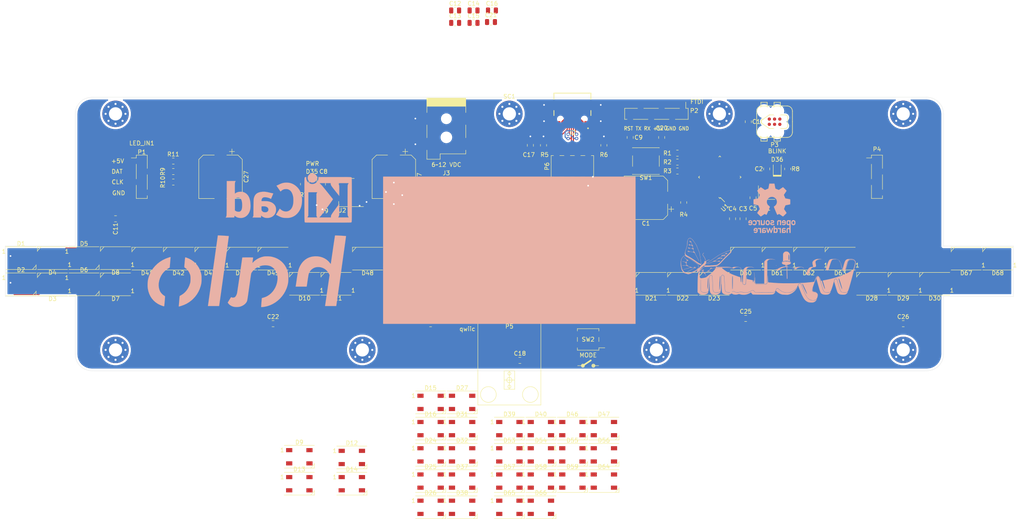
<source format=kicad_pcb>
(kicad_pcb (version 20171130) (host pcbnew 5.1.8-db9833491~88~ubuntu20.04.1)
  (title_block (title "HALO - edge lit photos") (date 2020-10-31) (rev v1) (company WyoLum))
  (layers (0 F.Cu signal) (31 B.Cu signal) (34 B.Paste user) (35 F.Paste user) (36 B.SilkS user hide) (37 F.SilkS user) (38 B.Mask user) (39 F.Mask user) (44 Edge.Cuts user))
  (net 0 "")
  (net 1 /12V)
  (net 2 GND)
  (net 3 +5V)
  (net 4 /RESET)
  (net 5 /PB6)
  (net 6 /PB7)
  (net 7 /Vin)
  (net 8 /Vusb)
  (net 9 /CC1)
  (net 10 /D+)
  (net 11 /D-)
  (net 12 /SBU1)
  (net 13 /CC2)
  (net 14 /SBU2)
  (net 15 /MISO)
  (net 16 /SCK)
  (net 17 /MOSI)
  (net 18 /TXD)
  (net 19 /RXD)
  (net 20 /SDA)
  (net 21 /SCL)
  (net 22 /SS)
  (net 23 /A0)
  (net 24 /A1)
  (net 25 /A2)
  (net 26 /A3)
  (net 27 /A6)
  (net 28 /A7)
  (net 29 /D2)
  (net 30 /D3~~)
  (net 31 /D7)
  (net 32 /D8)
  (net 33 /D9~~)
  (net 34 /D6~~_CLK)
  (net 35 "Net-(C9-Pad1)")
  (net 36 "Net-(D1-Pad2)")
  (net 37 /D5~~_DAT)
  (net 38 "Net-(D2-Pad2)")
  (net 39 "Net-(D3-Pad2)")
  (net 40 "Net-(D4-Pad2)")
  (net 41 "Net-(D5-Pad2)")
  (net 42 "Net-(D6-Pad2)")
  (net 43 "Net-(D7-Pad2)")
  (net 44 "Net-(D8-Pad2)")
  (net 45 "Net-(D10-Pad4)")
  (net 46 "Net-(D10-Pad2)")
  (net 47 "Net-(D11-Pad2)")
  (net 48 "Net-(D12-Pad2)")
  (net 49 "Net-(D13-Pad2)")
  (net 50 "Net-(D14-Pad2)")
  (net 51 "Net-(D15-Pad2)")
  (net 52 "Net-(D16-Pad2)")
  (net 53 "Net-(D17-Pad2)")
  (net 54 "Net-(D18-Pad2)")
  (net 55 "Net-(D19-Pad2)")
  (net 56 "Net-(D20-Pad2)")
  (net 57 "Net-(D21-Pad2)")
  (net 58 "Net-(D22-Pad2)")
  (net 59 "Net-(D23-Pad2)")
  (net 60 "Net-(D24-Pad2)")
  (net 61 "Net-(D25-Pad2)")
  (net 62 "Net-(D26-Pad2)")
  (net 63 "Net-(D27-Pad2)")
  (net 64 "Net-(D28-Pad2)")
  (net 65 "Net-(D29-Pad2)")
  (net 66 /D4_MODE)
  (net 67 "Net-(D30-Pad2)")
  (net 68 "Net-(D31-Pad2)")
  (net 69 "Net-(D35-PadA)")
  (net 70 "Net-(D36-PadA)")
  (net 71 "Net-(P5-Pad6)")
  (net 72 "Net-(P5-Pad1)")
  (net 73 /CLK)
  (net 74 /DAT)
  (net 75 "Net-(D37-Pad2)")
  (net 76 "Net-(D38-Pad2)")
  (net 77 "Net-(D39-Pad2)")
  (net 78 "Net-(D40-Pad2)")
  (net 79 "Net-(D41-Pad2)")
  (net 80 "Net-(D42-Pad2)")
  (net 81 "Net-(D43-Pad2)")
  (net 82 "Net-(D44-Pad2)")
  (net 83 "Net-(D45-Pad2)")
  (net 84 "Net-(D46-Pad2)")
  (net 85 "Net-(D47-Pad2)")
  (net 86 "Net-(D48-Pad2)")
  (net 87 "Net-(D49-Pad2)")
  (net 88 "Net-(D50-Pad2)")
  (net 89 "Net-(D51-Pad2)")
  (net 90 "Net-(D52-Pad2)")
  (net 91 "Net-(D53-Pad2)")
  (net 92 "Net-(D54-Pad2)")
  (net 93 "Net-(D55-Pad2)")
  (net 94 "Net-(D56-Pad2)")
  (net 95 "Net-(D57-Pad2)")
  (net 96 "Net-(D58-Pad2)")
  (net 97 "Net-(D59-Pad2)")
  (net 98 "Net-(D60-Pad2)")
  (net 99 "Net-(D61-Pad2)")
  (net 100 "Net-(D62-Pad2)")
  (net 101 "Net-(D63-Pad2)")
  (net 102 "Net-(D64-Pad2)")
  (net 103 "Net-(D65-Pad2)")
  (net 104 "Net-(D66-Pad2)")
  (net 105 "Net-(D67-Pad2)")
  (net 106 /LED_2/CLK_OUT2)
  (net 107 /LED_1/DAT_OUT1)
  (net 108 /LED_2/DAT_OUT2)
  (module halo:LED_WS2812B_PLCC4_5.0x5.0mm_P3.2mm (layer F.Cu) (at 21.59 104.775)
    (fp_text reference D2 (at 0 -3.5) (layer F.SilkS))
    (fp_text value WS2812B)
    (fp_text user 1 (at -4.15 -1.6) (layer F.SilkS))
    (pad 3 smd rect (at 2.45 1.6) (size 1.5 1) (layers F.Cu F.Paste F.Mask) (net 2 GND))
    (pad 4 smd rect (at 2.45 -1.6) (size 1.5 1) (layers F.Cu F.Paste F.Mask) (net 36 "Net-(D1-Pad2)"))
    (pad 2 smd rect (at -2.45 1.6) (size 1.5 1) (layers F.Cu F.Paste F.Mask) (net 38 "Net-(D2-Pad2)"))
    (pad 1 smd rect (at -2.45 -1.6) (size 1.5 1) (layers F.Cu F.Paste F.Mask) (net 3 +5V))
  )
  (module halo:D_SMB (layer F.Cu) (at 154.94 85.09 180)
    (fp_text reference D33 (at -2.286 2.921) (layer F.SilkS) (effects (font (size 1.016 1.016) (thickness 0.1524))))
    (fp_text value MBRS240LT3G)
    (pad A smd rect (at 2.15 0 180) (size 2.5 2.3) (layers F.Cu F.Paste F.Mask) (net 8 /Vusb))
    (pad K smd rect (at -2.15 0 180) (size 2.5 2.3) (layers F.Cu F.Paste F.Mask) (net 3 +5V))
  )
  (module halo:barrel_jack_DC-005-5A-2_5-SMT (layer F.Cu) (at 124.46 59.69 270)
    (fp_text reference J3 (at 18.161 0) (layer F.SilkS) (effects (font (size 1.016 1.016) (thickness 0.1524))))
    (fp_text value 12V_DC)
    (fp_text user "6~~12 VDC" (at 16.129 0) (layer F.SilkS))
    (pad 1 smd rect (at 11.1 -5.7 270) (size 2.8 2.4) (layers F.Cu F.Paste F.Mask) (net 7 /Vin))
    (pad 1 smd rect (at 5 -5.7 270) (size 2.8 2.4) (layers F.Cu F.Paste F.Mask) (net 7 /Vin))
    (pad 2 smd rect (at 5 5.7 270) (size 2.8 2.4) (layers F.Cu F.Paste F.Mask) (net 2 GND))
    (pad 3 smd rect (at 11.1 5.7 270) (size 2.8 2.4) (layers F.Cu F.Paste F.Mask) (net 2 GND))
    (pad "" np_thru_hole circle (at 5 0 270) (size 1.6 1.6) (drill 1.6) (layers *.Cu *.Mask))
    (pad "" np_thru_hole circle (at 9.5 0 270) (size 1.8 1.8) (drill 1.8) (layers *.Cu *.Mask))
  )
  (module halo:C_0805_2012Metric (layer F.Cu) (at 44.45 88.9 180)
    (fp_text reference C11 (at 0 -2.413 270) (layer F.SilkS) (effects (font (size 1.016 1.016) (thickness 0.1524))))
    (fp_text value 100nF)
    (pad 2 smd roundrect (at 0.95 0 180) (size 1 1.45) (layers F.Cu F.Paste F.Mask) (net 3 +5V))
    (pad 1 smd roundrect (at -0.95 0 180) (size 1 1.45) (layers F.Cu F.Paste F.Mask) (net 2 GND))
  )
  (module halo:C_0805_2012Metric (layer F.Cu) (at 142.24 123.19)
    (fp_text reference C18 (at 0 -1.68) (layer F.SilkS))
    (fp_text value 100nF)
    (pad 2 smd roundrect (at 0.95 0) (size 1 1.45) (layers F.Cu F.Paste F.Mask) (net 2 GND))
    (pad 1 smd roundrect (at -0.95 0) (size 1 1.45) (layers F.Cu F.Paste F.Mask) (net 3 +5V))
  )
  (module halo:GCT_USB4110-GF-A (layer F.Cu) (at 154.94 64.77 180)
    (fp_text reference J2 (at 0 -3.302 180) (layer F.SilkS) (effects (font (size 1.016 1.016) (thickness 0.1524))))
    (fp_text value USB4110-GF-A)
    (pad "" np_thru_hole circle (at 2.89 0 180) (size 0.65 0.65) (drill 0.65) (layers *.Cu *.Mask) (clearance 0.0254))
    (pad "" np_thru_hole circle (at -2.89 0 180) (size 0.65 0.65) (drill 0.65) (layers *.Cu *.Mask) (clearance 0.0254))
    (pad S4 smd rect (at 5.11 3.43 180) (size 2.18 2) (layers F.Cu F.Paste F.Mask) (net 2 GND))
    (pad S3 smd rect (at -5.11 3.43 180) (size 2.18 2) (layers F.Cu F.Paste F.Mask) (net 2 GND))
    (pad S2 smd rect (at 5.11 -0.5 180) (size 2.18 2) (layers F.Cu F.Paste F.Mask) (net 2 GND))
    (pad S1 smd rect (at -5.11 -0.5 180) (size 2.18 2) (layers F.Cu F.Paste F.Mask) (net 2 GND))
    (pad A7 smd rect (at 0.25 -1.075 180) (size 0.3 1.15) (layers F.Cu F.Paste F.Mask) (net 11 /D-))
    (pad A6 smd rect (at -0.25 -1.075 180) (size 0.3 1.15) (layers F.Cu F.Paste F.Mask) (net 10 /D+))
    (pad B6 smd rect (at 0.75 -1.075 180) (size 0.3 1.15) (layers F.Cu F.Paste F.Mask) (net 10 /D+))
    (pad B7 smd rect (at -0.75 -1.075 180) (size 0.3 1.15) (layers F.Cu F.Paste F.Mask) (net 11 /D-))
    (pad A8 smd rect (at 1.25 -1.075 180) (size 0.3 1.15) (layers F.Cu F.Paste F.Mask) (net 12 /SBU1))
    (pad A5 smd rect (at -1.25 -1.075 180) (size 0.3 1.15) (layers F.Cu F.Paste F.Mask) (net 9 /CC1))
    (pad B5 smd rect (at 1.75 -1.075 180) (size 0.3 1.15) (layers F.Cu F.Paste F.Mask) (net 13 /CC2))
    (pad B8 smd rect (at -1.75 -1.075 180) (size 0.3 1.15) (layers F.Cu F.Paste F.Mask) (net 14 /SBU2))
    (pad B1/A12 smd rect (at 3.2 -1.075 180) (size 0.6 1.15) (layers F.Cu F.Paste F.Mask) (net 2 GND) (clearance 0.127))
    (pad B4/A9 smd rect (at 2.4 -1.075 180) (size 0.6 1.15) (layers F.Cu F.Paste F.Mask) (net 8 /Vusb) (clearance 0.127))
    (pad A4/B9 smd rect (at -2.4 -1.075 180) (size 0.6 1.15) (layers F.Cu F.Paste F.Mask) (net 8 /Vusb) (clearance 0.127))
    (pad A1/B12 smd rect (at -3.2 -1.075 180) (size 0.6 1.15) (layers F.Cu F.Paste F.Mask) (net 2 GND) (clearance 0.127))
  )
  (module halo:C_0805_2012Metric (layer F.Cu) (at 197.485 65.405 90)
    (fp_text reference C10 (at 0 2.413 180) (layer F.SilkS) (effects (font (size 1.016 1.016) (thickness 0.1524))))
    (fp_text value 100nF)
    (pad 2 smd roundrect (at 0.95 0 90) (size 1 1.45) (layers F.Cu F.Paste F.Mask) (net 3 +5V))
    (pad 1 smd roundrect (at -0.95 0 90) (size 1 1.45) (layers F.Cu F.Paste F.Mask) (net 2 GND))
  )
  (module halo:SOT-223-3_TabPin2 (layer F.Cu) (at 100.33 82.55 180)
    (fp_text reference U2 (at 1.1176 -4.318 180) (layer F.SilkS) (effects (font (size 1.016 1.016) (thickness 0.1524))))
    (fp_text value LM1117-5.0)
    (pad 2 smd rect (at 3.15 0 180) (size 2 3.8) (layers F.Cu F.Paste F.Mask) (net 3 +5V))
    (pad 2 smd rect (at -3.15 0 180) (size 2 1.5) (layers F.Cu F.Paste F.Mask) (net 3 +5V))
    (pad 3 smd rect (at -3.15 2.3 180) (size 2 1.5) (layers F.Cu F.Paste F.Mask) (net 1 /12V))
    (pad 1 smd rect (at -3.15 -2.3 180) (size 2 1.5) (layers F.Cu F.Paste F.Mask) (net 2 GND))
  )
  (module halo:C_0805_2012Metric (layer F.Cu) (at 205.105 83.82 90)
    (fp_text reference C6 (at -2.54 0 180) (layer F.SilkS) (effects (font (size 1.016 1.016) (thickness 0.1524))))
    (fp_text value 20pF)
    (pad 2 smd roundrect (at 0.95 0 90) (size 1 1.45) (layers F.Cu F.Paste F.Mask) (net 6 /PB7))
    (pad 1 smd roundrect (at -0.95 0 90) (size 1 1.45) (layers F.Cu F.Paste F.Mask) (net 2 GND))
  )
  (module halo:C_0805_2012Metric (layer F.Cu) (at 168.91 69.215 270)
    (fp_text reference C9 (at 0 -2.032 180) (layer F.SilkS) (effects (font (size 1.016 1.016) (thickness 0.1524))))
    (fp_text value 100nF)
    (pad 2 smd roundrect (at 0.95 0 270) (size 1 1.45) (layers F.Cu F.Paste F.Mask) (net 4 /RESET))
    (pad 1 smd roundrect (at -0.95 0 270) (size 1 1.45) (layers F.Cu F.Paste F.Mask) (net 35 "Net-(C9-Pad1)"))
  )
  (module halo:R_0805_2012Metric (layer F.Cu) (at 180.34 73.025 180)
    (fp_text reference R1 (at 2.413 0) (layer F.SilkS) (effects (font (size 1.016 1.016) (thickness 0.1524))))
    (fp_text value 10k)
    (pad 2 smd roundrect (at 0.9125 0 180) (size 1.025 1.4) (layers F.Cu F.Paste F.Mask) (roundrect_rratio 0.2439004878048781) (net 4 /RESET))
    (pad 1 smd roundrect (at -0.9125 0 180) (size 1.025 1.4) (layers F.Cu F.Paste F.Mask) (roundrect_rratio 0.2439004878048781) (net 3 +5V))
  )
  (module halo:breakout_smd (layer F.Cu) (at 184.034216 83.050523 135)
    (fp_text reference B1 hide)
    (fp_text value I_O hide)
    (pad 1 smd circle (at 0 0 135) (size 1 1) (layers F.Cu F.Paste F.Mask) (net 20 /SDA))
  )
  (module halo:breakout_smd (layer F.Cu) (at 185.291451 84.307759 135)
    (fp_text reference B2 hide)
    (fp_text value I_O hide)
    (pad 1 smd circle (at 0 0 135) (size 1 1) (layers F.Cu F.Paste F.Mask) (net 21 /SCL))
  )
  (module halo:breakout_smd (layer F.Cu) (at 183.585203 75.058095 135)
    (fp_text reference B3 hide)
    (fp_text value I_O hide)
    (pad 1 smd circle (at 0 0 135) (size 1 1) (layers F.Cu F.Paste F.Mask) (net 23 /A0))
  )
  (module halo:breakout_smd (layer F.Cu) (at 183.764808 76.674541 135)
    (fp_text reference B4 hide)
    (fp_text value I_O hide)
    (pad 1 smd circle (at 0 0 135) (size 1 1) (layers F.Cu F.Paste F.Mask) (net 24 /A1))
  )
  (module halo:breakout_smd (layer F.Cu) (at 183.85461 80.715656 135)
    (fp_text reference B5 hide)
    (fp_text value I_O hide)
    (pad 1 smd circle (at 0 0 135) (size 1 1) (layers F.Cu F.Paste F.Mask) (net 25 /A2))
  )
  (module halo:breakout_smd (layer F.Cu) (at 184.842439 81.703485 135)
    (fp_text reference B6 hide)
    (fp_text value I_O hide)
    (pad 1 smd circle (at 0 0 135) (size 1 1) (layers F.Cu F.Paste F.Mask) (net 26 /A3))
  )
  (module halo:breakout_smd (layer F.Cu) (at 186.9977 73.441649 135)
    (fp_text reference B7 hide)
    (fp_text value I_O hide)
    (pad 1 smd circle (at 0 0 135) (size 1 1) (layers F.Cu F.Paste F.Mask) (net 27 /A6))
  )
  (module halo:breakout_smd (layer F.Cu) (at 185.201649 75.2377 135)
    (fp_text reference B8 hide)
    (fp_text value I_O hide)
    (pad 1 smd circle (at 0 0 135) (size 1 1) (layers F.Cu F.Paste F.Mask) (net 28 /A7))
  )
  (module halo:breakout_smd (layer F.Cu) (at 186.9977 83.679141 135)
    (fp_text reference B9 hide)
    (fp_text value I_O hide)
    (pad 1 smd circle (at 0 0 135) (size 1 1) (layers F.Cu F.Paste F.Mask) (net 19 /RXD))
  )
  (module halo:breakout_smd (layer F.Cu) (at 187.985528 84.666969 135)
    (fp_text reference B10 hide)
    (fp_text value I_O hide)
    (pad 1 smd circle (at 0 0 135) (size 1 1) (layers F.Cu F.Paste F.Mask) (net 18 /TXD))
  )
  (module halo:breakout_smd (layer F.Cu) (at 188.973356 85.654797 135)
    (fp_text reference B11 hide)
    (fp_text value I_O hide)
    (pad 1 smd circle (at 0 0 135) (size 1 1) (layers F.Cu F.Paste F.Mask) (net 29 /D2))
  )
  (module halo:breakout_smd (layer F.Cu) (at 190.949013 85.475192 135)
    (fp_text reference B12 hide)
    (fp_text value I_O hide)
    (pad 1 smd circle (at 0 0 135) (size 1 1) (layers F.Cu F.Paste F.Mask) (net 30 /D3~~))
  )
  (module halo:breakout_smd (layer F.Cu) (at 196.696377 75.59691 135)
    (fp_text reference B13 hide)
    (fp_text value I_O hide)
    (pad 1 smd circle (at 0 0 135) (size 1 1) (layers F.Cu F.Paste F.Mask) (net 31 /D7))
  )
  (module halo:breakout_smd (layer F.Cu) (at 196.516772 74.160069 135)
    (fp_text reference B14 hide)
    (fp_text value I_O hide)
    (pad 1 smd circle (at 0 0 135) (size 1 1) (layers F.Cu F.Paste F.Mask) (net 32 /D8))
  )
  (module halo:breakout_smd (layer F.Cu) (at 195.079931 73.980464 135)
    (fp_text reference B15 hide)
    (fp_text value I_O hide)
    (pad 1 smd circle (at 0 0 135) (size 1 1) (layers F.Cu F.Paste F.Mask) (net 33 /D9~~))
  )
  (module halo:breakout_smd (layer F.Cu) (at 194.900325 72.543623 135)
    (fp_text reference B16 hide)
    (fp_text value I_O hide)
    (pad 1 smd circle (at 0 0 135) (size 1 1) (layers F.Cu F.Paste F.Mask) (net 22 /SS))
  )
  (module halo:breakout_smd (layer F.Cu) (at 193.194077 72.453821 135)
    (fp_text reference B17 hide)
    (fp_text value I_O hide)
    (pad 1 smd circle (at 0 0 135) (size 1 1) (layers F.Cu F.Paste F.Mask) (net 17 /MOSI))
  )
  (module halo:breakout_smd (layer F.Cu) (at 191.77 71.12 135)
    (fp_text reference B18 hide)
    (fp_text value I_O hide)
    (pad 1 smd circle (at 0 0 135) (size 1 1) (layers F.Cu F.Paste F.Mask) (net 15 /MISO))
  )
  (module halo:breakout_smd (layer F.Cu) (at 188.595 71.755 135)
    (fp_text reference B19 hide)
    (fp_text value I_O hide)
    (pad 1 smd circle (at 0 0 135) (size 1 1) (layers F.Cu F.Paste F.Mask) (net 16 /SCK))
  )
  (module halo:C_0805_2012Metric (layer F.Cu) (at 201.93 76.835 90)
    (fp_text reference C2 (at 0 -1.905 180) (layer F.SilkS) (effects (font (size 1.016 1.016) (thickness 0.1524))))
    (fp_text value 100nF)
    (pad 2 smd roundrect (at 0.95 0 90) (size 1 1.45) (layers F.Cu F.Paste F.Mask) (net 2 GND))
    (pad 1 smd roundrect (at -0.95 0 90) (size 1 1.45) (layers F.Cu F.Paste F.Mask) (net 3 +5V))
  )
  (module halo:C_0805_2012Metric (layer F.Cu) (at 196.215 88.9 270)
    (fp_text reference C3 (at -2.413 0 180) (layer F.SilkS) (effects (font (size 1.016 1.016) (thickness 0.1524))))
    (fp_text value 1uF)
    (pad 2 smd roundrect (at 0.95 0 270) (size 1 1.45) (layers F.Cu F.Paste F.Mask) (net 2 GND))
    (pad 1 smd roundrect (at -0.95 0 270) (size 1 1.45) (layers F.Cu F.Paste F.Mask) (net 3 +5V))
  )
  (module halo:C_0805_2012Metric (layer F.Cu) (at 193.675 88.9 270)
    (fp_text reference C4 (at -2.413 0 180) (layer F.SilkS) (effects (font (size 1.016 1.016) (thickness 0.1524))))
    (fp_text value 1uF)
    (pad 2 smd roundrect (at 0.95 0 270) (size 1 1.45) (layers F.Cu F.Paste F.Mask) (net 2 GND))
    (pad 1 smd roundrect (at -0.95 0 270) (size 1 1.45) (layers F.Cu F.Paste F.Mask) (net 3 +5V))
  )
  (module halo:C_0805_2012Metric (layer F.Cu) (at 198.628 83.82 270)
    (fp_text reference C5 (at 2.54 0 180) (layer F.SilkS) (effects (font (size 1.016 1.016) (thickness 0.1524))))
    (fp_text value 20pF)
    (pad 2 smd roundrect (at 0.95 0 270) (size 1 1.45) (layers F.Cu F.Paste F.Mask) (net 2 GND))
    (pad 1 smd roundrect (at -0.95 0 270) (size 1 1.45) (layers F.Cu F.Paste F.Mask) (net 5 /PB6))
  )
  (module halo:C_0805_2012Metric (layer F.Cu) (at 94.488 80.518 90)
    (fp_text reference C8 (at 3.048 0.254 180) (layer F.SilkS) (effects (font (size 1.016 1.016) (thickness 0.1524))))
    (fp_text value 1uF)
    (pad 2 smd roundrect (at 0.95 0 90) (size 1 1.45) (layers F.Cu F.Paste F.Mask) (net 2 GND))
    (pad 1 smd roundrect (at -0.95 0 90) (size 1 1.45) (layers F.Cu F.Paste F.Mask) (net 3 +5V))
  )
  (module halo:LED_WS2812B_PLCC4_5.0x5.0mm_P3.2mm (layer F.Cu) (at 29.21 104.775 180)
    (fp_text reference D3 (at 0 -3.5) (layer F.SilkS) (effects (font (size 1.016 1.016) (thickness 0.1524))))
    (fp_text value WS2812B)
    (fp_text user 1 (at -4.15 -1.6) (layer F.SilkS))
    (pad 1 smd rect (at -2.45 -1.6 180) (size 1.5 1) (layers F.Cu F.Paste F.Mask) (net 3 +5V))
    (pad 2 smd rect (at -2.45 1.6 180) (size 1.5 1) (layers F.Cu F.Paste F.Mask) (net 39 "Net-(D3-Pad2)"))
    (pad 4 smd rect (at 2.45 -1.6 180) (size 1.5 1) (layers F.Cu F.Paste F.Mask) (net 38 "Net-(D2-Pad2)"))
    (pad 3 smd rect (at 2.45 1.6 180) (size 1.5 1) (layers F.Cu F.Paste F.Mask) (net 2 GND))
  )
  (module halo:LED_WS2812B_PLCC4_5.0x5.0mm_P3.2mm (layer F.Cu) (at 29.21 98.425 180)
    (fp_text reference D4 (at 0 -3.5) (layer F.SilkS) (effects (font (size 1.016 1.016) (thickness 0.1524))))
    (fp_text value WS2812B)
    (fp_text user 1 (at -4.15 -1.6) (layer F.SilkS))
    (pad 1 smd rect (at -2.45 -1.6 180) (size 1.5 1) (layers F.Cu F.Paste F.Mask) (net 3 +5V))
    (pad 2 smd rect (at -2.45 1.6 180) (size 1.5 1) (layers F.Cu F.Paste F.Mask) (net 40 "Net-(D4-Pad2)"))
    (pad 4 smd rect (at 2.45 -1.6 180) (size 1.5 1) (layers F.Cu F.Paste F.Mask) (net 39 "Net-(D3-Pad2)"))
    (pad 3 smd rect (at 2.45 1.6 180) (size 1.5 1) (layers F.Cu F.Paste F.Mask) (net 2 GND))
  )
  (module halo:LED_WS2812B_PLCC4_5.0x5.0mm_P3.2mm (layer F.Cu) (at 90.17 104.648 180)
    (fp_text reference D10 (at 0 -3.5) (layer F.SilkS) (effects (font (size 1.016 1.016) (thickness 0.1524))))
    (fp_text value WS2812B)
    (fp_text user 1 (at -4.15 -1.6) (layer F.SilkS))
    (pad 1 smd rect (at -2.45 -1.6 180) (size 1.5 1) (layers F.Cu F.Paste F.Mask) (net 3 +5V))
    (pad 2 smd rect (at -2.45 1.6 180) (size 1.5 1) (layers F.Cu F.Paste F.Mask) (net 46 "Net-(D10-Pad2)"))
    (pad 4 smd rect (at 2.45 -1.6 180) (size 1.5 1) (layers F.Cu F.Paste F.Mask) (net 45 "Net-(D10-Pad4)"))
    (pad 3 smd rect (at 2.45 1.6 180) (size 1.5 1) (layers F.Cu F.Paste F.Mask) (net 2 GND))
  )
  (module halo:LED_WS2812B_PLCC4_5.0x5.0mm_P3.2mm (layer F.Cu) (at 97.79 104.648 180)
    (fp_text reference D11 (at 0 -3.5) (layer F.SilkS) (effects (font (size 1.016 1.016) (thickness 0.1524))))
    (fp_text value WS2812B)
    (fp_text user 1 (at -4.15 -1.6) (layer F.SilkS))
    (pad 1 smd rect (at -2.45 -1.6 180) (size 1.5 1) (layers F.Cu F.Paste F.Mask) (net 3 +5V))
    (pad 2 smd rect (at -2.45 1.6 180) (size 1.5 1) (layers F.Cu F.Paste F.Mask) (net 47 "Net-(D11-Pad2)"))
    (pad 4 smd rect (at 2.45 -1.6 180) (size 1.5 1) (layers F.Cu F.Paste F.Mask) (net 46 "Net-(D10-Pad2)"))
    (pad 3 smd rect (at 2.45 1.6 180) (size 1.5 1) (layers F.Cu F.Paste F.Mask) (net 2 GND))
  )
  (module halo:LED_WS2812B_PLCC4_5.0x5.0mm_P3.2mm (layer F.Cu) (at 143.51 104.648 180)
    (fp_text reference D17 (at 0 -3.5) (layer F.SilkS) (effects (font (size 1.016 1.016) (thickness 0.1524))))
    (fp_text value WS2812B)
    (fp_text user 1 (at -4.15 -1.6) (layer F.SilkS))
    (pad 1 smd rect (at -2.45 -1.6 180) (size 1.5 1) (layers F.Cu F.Paste F.Mask) (net 3 +5V))
    (pad 2 smd rect (at -2.45 1.6 180) (size 1.5 1) (layers F.Cu F.Paste F.Mask) (net 53 "Net-(D17-Pad2)"))
    (pad 4 smd rect (at 2.45 -1.6 180) (size 1.5 1) (layers F.Cu F.Paste F.Mask) (net 52 "Net-(D16-Pad2)"))
    (pad 3 smd rect (at 2.45 1.6 180) (size 1.5 1) (layers F.Cu F.Paste F.Mask) (net 2 GND))
  )
  (module halo:LED_WS2812B_PLCC4_5.0x5.0mm_P3.2mm (layer F.Cu) (at 151.13 104.648 180)
    (fp_text reference D18 (at 0 -3.5) (layer F.SilkS) (effects (font (size 1.016 1.016) (thickness 0.1524))))
    (fp_text value WS2812B)
    (fp_text user 1 (at -4.15 -1.6) (layer F.SilkS))
    (pad 1 smd rect (at -2.45 -1.6 180) (size 1.5 1) (layers F.Cu F.Paste F.Mask) (net 3 +5V))
    (pad 2 smd rect (at -2.45 1.6 180) (size 1.5 1) (layers F.Cu F.Paste F.Mask) (net 54 "Net-(D18-Pad2)"))
    (pad 4 smd rect (at 2.45 -1.6 180) (size 1.5 1) (layers F.Cu F.Paste F.Mask) (net 53 "Net-(D17-Pad2)"))
    (pad 3 smd rect (at 2.45 1.6 180) (size 1.5 1) (layers F.Cu F.Paste F.Mask) (net 2 GND))
  )
  (module halo:LED_WS2812B_PLCC4_5.0x5.0mm_P3.2mm (layer F.Cu) (at 158.75 104.648 180)
    (fp_text reference D19 (at 0 -3.5) (layer F.SilkS) (effects (font (size 1.016 1.016) (thickness 0.1524))))
    (fp_text value WS2812B)
    (fp_text user 1 (at -4.15 -1.6) (layer F.SilkS))
    (pad 1 smd rect (at -2.45 -1.6 180) (size 1.5 1) (layers F.Cu F.Paste F.Mask) (net 3 +5V))
    (pad 2 smd rect (at -2.45 1.6 180) (size 1.5 1) (layers F.Cu F.Paste F.Mask) (net 55 "Net-(D19-Pad2)"))
    (pad 4 smd rect (at 2.45 -1.6 180) (size 1.5 1) (layers F.Cu F.Paste F.Mask) (net 54 "Net-(D18-Pad2)"))
    (pad 3 smd rect (at 2.45 1.6 180) (size 1.5 1) (layers F.Cu F.Paste F.Mask) (net 2 GND))
  )
  (module halo:LED_WS2812B_PLCC4_5.0x5.0mm_P3.2mm (layer F.Cu) (at 166.37 104.648 180)
    (fp_text reference D20 (at 0 -3.5) (layer F.SilkS) (effects (font (size 1.016 1.016) (thickness 0.1524))))
    (fp_text value WS2812B)
    (fp_text user 1 (at -4.15 -1.6) (layer F.SilkS))
    (pad 1 smd rect (at -2.45 -1.6 180) (size 1.5 1) (layers F.Cu F.Paste F.Mask) (net 3 +5V))
    (pad 2 smd rect (at -2.45 1.6 180) (size 1.5 1) (layers F.Cu F.Paste F.Mask) (net 56 "Net-(D20-Pad2)"))
    (pad 4 smd rect (at 2.45 -1.6 180) (size 1.5 1) (layers F.Cu F.Paste F.Mask) (net 55 "Net-(D19-Pad2)"))
    (pad 3 smd rect (at 2.45 1.6 180) (size 1.5 1) (layers F.Cu F.Paste F.Mask) (net 2 GND))
  )
  (module halo:LED_WS2812B_PLCC4_5.0x5.0mm_P3.2mm (layer F.Cu) (at 173.99 104.648 180)
    (fp_text reference D21 (at 0 -3.5) (layer F.SilkS) (effects (font (size 1.016 1.016) (thickness 0.1524))))
    (fp_text value WS2812B)
    (fp_text user 1 (at -4.15 -1.6) (layer F.SilkS))
    (pad 1 smd rect (at -2.45 -1.6 180) (size 1.5 1) (layers F.Cu F.Paste F.Mask) (net 3 +5V))
    (pad 2 smd rect (at -2.45 1.6 180) (size 1.5 1) (layers F.Cu F.Paste F.Mask) (net 57 "Net-(D21-Pad2)"))
    (pad 4 smd rect (at 2.45 -1.6 180) (size 1.5 1) (layers F.Cu F.Paste F.Mask) (net 56 "Net-(D20-Pad2)"))
    (pad 3 smd rect (at 2.45 1.6 180) (size 1.5 1) (layers F.Cu F.Paste F.Mask) (net 2 GND))
  )
  (module halo:LED_WS2812B_PLCC4_5.0x5.0mm_P3.2mm (layer F.Cu) (at 181.61 104.648 180)
    (fp_text reference D22 (at 0 -3.5) (layer F.SilkS) (effects (font (size 1.016 1.016) (thickness 0.1524))))
    (fp_text value WS2812B)
    (fp_text user 1 (at -4.15 -1.6) (layer F.SilkS))
    (pad 1 smd rect (at -2.45 -1.6 180) (size 1.5 1) (layers F.Cu F.Paste F.Mask) (net 3 +5V))
    (pad 2 smd rect (at -2.45 1.6 180) (size 1.5 1) (layers F.Cu F.Paste F.Mask) (net 58 "Net-(D22-Pad2)"))
    (pad 4 smd rect (at 2.45 -1.6 180) (size 1.5 1) (layers F.Cu F.Paste F.Mask) (net 57 "Net-(D21-Pad2)"))
    (pad 3 smd rect (at 2.45 1.6 180) (size 1.5 1) (layers F.Cu F.Paste F.Mask) (net 2 GND))
  )
  (module halo:LED_WS2812B_PLCC4_5.0x5.0mm_P3.2mm (layer F.Cu) (at 189.23 104.648 180)
    (fp_text reference D23 (at 0 -3.5) (layer F.SilkS) (effects (font (size 1.016 1.016) (thickness 0.1524))))
    (fp_text value WS2812B)
    (fp_text user 1 (at -4.15 -1.6) (layer F.SilkS))
    (pad 1 smd rect (at -2.45 -1.6 180) (size 1.5 1) (layers F.Cu F.Paste F.Mask) (net 3 +5V))
    (pad 2 smd rect (at -2.45 1.6 180) (size 1.5 1) (layers F.Cu F.Paste F.Mask) (net 59 "Net-(D23-Pad2)"))
    (pad 4 smd rect (at 2.45 -1.6 180) (size 1.5 1) (layers F.Cu F.Paste F.Mask) (net 58 "Net-(D22-Pad2)"))
    (pad 3 smd rect (at 2.45 1.6 180) (size 1.5 1) (layers F.Cu F.Paste F.Mask) (net 2 GND))
  )
  (module halo:LED_WS2812B_PLCC4_5.0x5.0mm_P3.2mm (layer F.Cu) (at 227.33 104.648 180)
    (fp_text reference D28 (at 0 -3.5) (layer F.SilkS) (effects (font (size 1.016 1.016) (thickness 0.1524))))
    (fp_text value WS2812B)
    (fp_text user 1 (at -4.15 -1.6) (layer F.SilkS))
    (pad 1 smd rect (at -2.45 -1.6 180) (size 1.5 1) (layers F.Cu F.Paste F.Mask) (net 3 +5V))
    (pad 2 smd rect (at -2.45 1.6 180) (size 1.5 1) (layers F.Cu F.Paste F.Mask) (net 64 "Net-(D28-Pad2)"))
    (pad 4 smd rect (at 2.45 -1.6 180) (size 1.5 1) (layers F.Cu F.Paste F.Mask) (net 63 "Net-(D27-Pad2)"))
    (pad 3 smd rect (at 2.45 1.6 180) (size 1.5 1) (layers F.Cu F.Paste F.Mask) (net 2 GND))
  )
  (module halo:LED_WS2812B_PLCC4_5.0x5.0mm_P3.2mm (layer F.Cu) (at 234.95 104.648 180)
    (fp_text reference D29 (at 0 -3.5) (layer F.SilkS) (effects (font (size 1.016 1.016) (thickness 0.1524))))
    (fp_text value WS2812B)
    (fp_text user 1 (at -4.15 -1.6) (layer F.SilkS))
    (pad 1 smd rect (at -2.45 -1.6 180) (size 1.5 1) (layers F.Cu F.Paste F.Mask) (net 3 +5V))
    (pad 2 smd rect (at -2.45 1.6 180) (size 1.5 1) (layers F.Cu F.Paste F.Mask) (net 65 "Net-(D29-Pad2)"))
    (pad 4 smd rect (at 2.45 -1.6 180) (size 1.5 1) (layers F.Cu F.Paste F.Mask) (net 64 "Net-(D28-Pad2)"))
    (pad 3 smd rect (at 2.45 1.6 180) (size 1.5 1) (layers F.Cu F.Paste F.Mask) (net 2 GND))
  )
  (module halo:LED_WS2812B_PLCC4_5.0x5.0mm_P3.2mm (layer F.Cu) (at 242.57 104.648 180)
    (fp_text reference D30 (at 0 -3.5) (layer F.SilkS) (effects (font (size 1.016 1.016) (thickness 0.1524))))
    (fp_text value WS2812B)
    (fp_text user 1 (at -4.15 -1.6) (layer F.SilkS))
    (pad 1 smd rect (at -2.45 -1.6 180) (size 1.5 1) (layers F.Cu F.Paste F.Mask) (net 3 +5V))
    (pad 2 smd rect (at -2.45 1.6 180) (size 1.5 1) (layers F.Cu F.Paste F.Mask) (net 67 "Net-(D30-Pad2)"))
    (pad 4 smd rect (at 2.45 -1.6 180) (size 1.5 1) (layers F.Cu F.Paste F.Mask) (net 65 "Net-(D29-Pad2)"))
    (pad 3 smd rect (at 2.45 1.6 180) (size 1.5 1) (layers F.Cu F.Paste F.Mask) (net 2 GND))
  )
  (module halo:LED_0805_2012Metric (layer F.Cu) (at 92.202 80.518 270)
    (fp_text reference D35 (at -3.048 0.254 180) (layer F.SilkS) (effects (font (size 1.016 1.016) (thickness 0.1524))))
    (fp_text value LED_PWR)
    (fp_text user PWR (at -4.953 0.127) (layer F.SilkS) (effects (font (size 1.016 1.016) (thickness 0.1524))))
    (pad K smd roundrect (at -0.9375 0 270) (size 0.975 1.4) (layers F.Cu F.Paste F.Mask) (net 2 GND))
    (pad A smd roundrect (at 0.9375 0 270) (size 0.975 1.4) (layers F.Cu F.Paste F.Mask) (net 69 "Net-(D35-PadA)"))
  )
  (module halo:LED_0805_2012Metric (layer F.Cu) (at 204.47 76.835 90)
    (fp_text reference D36 (at 2.286 0 180) (layer F.SilkS) (effects (font (size 1.016 1.016) (thickness 0.1524))))
    (fp_text value LED_BLNK)
    (fp_text user BLINK (at 4.318 0 180) (layer F.SilkS) (effects (font (size 1.016 1.016) (thickness 0.1524))))
    (pad K smd roundrect (at -0.9375 0 90) (size 0.975 1.4) (layers F.Cu F.Paste F.Mask) (net 2 GND))
    (pad A smd roundrect (at 0.9375 0 90) (size 0.975 1.4) (layers F.Cu F.Paste F.Mask) (net 70 "Net-(D36-PadA)"))
  )
  (module halo:PinSocket_1x04_P2.54mm_Vertical_SMD_Pin1Left (layer F.Cu) (at 50.8 78.74)
    (fp_text reference P1 (at 0 -5.969 180) (layer F.SilkS) (effects (font (size 1.016 1.016) (thickness 0.1524))))
    (fp_text value LED_IN1 (at 0 -8.128) (layer F.SilkS) (effects (font (size 1.016 1.016) (thickness 0.1524))))
    (fp_text user +5V (at -5.842 -3.81) (layer F.SilkS) (effects (font (size 1.016 1.016) (thickness 0.1524))))
    (fp_text user DAT (at -5.969 -1.27) (layer F.SilkS) (effects (font (size 1.016 1.016) (thickness 0.1524))))
    (fp_text user GND (at -5.588 3.937) (layer F.SilkS) (effects (font (size 1.016 1.016) (thickness 0.1524))))
    (fp_text user CLK (at -5.842 1.27) (layer F.SilkS) (effects (font (size 1.016 1.016) (thickness 0.1524))))
    (pad 4 smd rect (at -1.651 3.81) (size 2.54 1.016) (layers F.Cu F.Paste F.Mask) (net 2 GND))
    (pad 3 smd rect (at 1.651 1.27) (size 2.54 1.016) (layers F.Cu F.Paste F.Mask) (net 73 /CLK))
    (pad 2 smd rect (at -1.651 -1.27) (size 2.54 1.016) (layers F.Cu F.Paste F.Mask) (net 74 /DAT))
    (pad 1 smd rect (at 1.651 -3.81) (size 2.54 1.016) (layers F.Cu F.Paste F.Mask) (net 3 +5V))
    (pad 4 smd rect (at 1.651 3.81) (size 2.54 1.016) (layers F.Cu F.Paste F.Mask) (net 2 GND))
    (pad 2 smd rect (at 1.651 -1.27) (size 2.54 1.016) (layers F.Cu F.Paste F.Mask) (net 74 /DAT))
    (pad 3 smd rect (at -1.651 1.27) (size 2.54 1.016) (layers F.Cu F.Paste F.Mask) (net 73 /CLK))
    (pad 1 smd rect (at -1.651 -3.81) (size 2.54 1.016) (layers F.Cu F.Paste F.Mask) (net 3 +5V))
  )
  (module halo:PinHeader_1x06_P2.54mm_Vertical_SMD_Pin1Left (layer F.Cu) (at 175.26 63.5 270)
    (fp_text reference P2 (at -0.762 -9.144 180) (layer F.SilkS) (effects (font (size 1.016 1.016) (thickness 0.1524))))
    (fp_text value FTDI (at -2.921 -9.779 180) (layer F.SilkS) (effects (font (size 1.016 1.016) (thickness 0.1524))))
    (fp_text user "RST TX RX +5V GND GND" (at 3.556 0) (layer F.SilkS) (effects (font (size 0.889 0.8128) (thickness 0.1524))))
    (pad 6 smd rect (at -1.651 6.35 270) (size 2.54 1.016) (layers F.Cu F.Paste F.Mask) (net 35 "Net-(C9-Pad1)"))
    (pad 5 smd rect (at 1.651 3.81 270) (size 2.54 1.016) (layers F.Cu F.Paste F.Mask) (net 18 /TXD))
    (pad 4 smd rect (at -1.651 1.27 270) (size 2.54 1.016) (layers F.Cu F.Paste F.Mask) (net 19 /RXD))
    (pad 3 smd rect (at 1.651 -1.27 270) (size 2.54 1.016) (layers F.Cu F.Paste F.Mask) (net 3 +5V))
    (pad 2 smd rect (at -1.651 -3.81 270) (size 2.54 1.016) (layers F.Cu F.Paste F.Mask) (net 2 GND))
    (pad 1 smd rect (at 1.651 -6.35 270) (size 2.54 1.016) (layers F.Cu F.Paste F.Mask) (net 2 GND))
    (pad 1 smd rect (at -1.651 -6.35 270) (size 2.54 1.016) (layers F.Cu F.Paste F.Mask) (net 2 GND))
    (pad 3 smd rect (at -1.651 -1.27 270) (size 2.54 1.016) (layers F.Cu F.Paste F.Mask) (net 3 +5V))
    (pad 5 smd rect (at -1.651 3.81 270) (size 2.54 1.016) (layers F.Cu F.Paste F.Mask) (net 18 /TXD))
    (pad 2 smd rect (at 1.651 -3.81 270) (size 2.54 1.016) (layers F.Cu F.Paste F.Mask) (net 2 GND))
    (pad 4 smd rect (at 1.651 1.27 270) (size 2.54 1.016) (layers F.Cu F.Paste F.Mask) (net 19 /RXD))
    (pad 6 smd rect (at 1.651 6.35 270) (size 2.54 1.016) (layers F.Cu F.Paste F.Mask) (net 35 "Net-(C9-Pad1)"))
  )
  (module halo:R_0805_2012Metric (layer F.Cu) (at 180.34 75.184)
    (fp_text reference R2 (at -2.413 0 180) (layer F.SilkS) (effects (font (size 1.016 1.016) (thickness 0.1524))))
    (fp_text value 10k)
    (pad 2 smd roundrect (at 0.9125 0) (size 1.025 1.4) (layers F.Cu F.Paste F.Mask) (roundrect_rratio 0.2439004878048781) (net 20 /SDA))
    (pad 1 smd roundrect (at -0.9125 0) (size 1.025 1.4) (layers F.Cu F.Paste F.Mask) (roundrect_rratio 0.2439004878048781) (net 3 +5V))
  )
  (module halo:R_0805_2012Metric (layer F.Cu) (at 180.34 77.343)
    (fp_text reference R3 (at -2.413 0 180) (layer F.SilkS) (effects (font (size 1.016 1.016) (thickness 0.1524))))
    (fp_text value 10k)
    (pad 2 smd roundrect (at 0.9125 0) (size 1.025 1.4) (layers F.Cu F.Paste F.Mask) (roundrect_rratio 0.2439004878048781) (net 21 /SCL))
    (pad 1 smd roundrect (at -0.9125 0) (size 1.025 1.4) (layers F.Cu F.Paste F.Mask) (roundrect_rratio 0.2439004878048781) (net 3 +5V))
  )
  (module halo:R_0805_2012Metric (layer F.Cu) (at 181.864 84.963 90)
    (fp_text reference R4 (at -2.921 0 180) (layer F.SilkS) (effects (font (size 1.016 1.016) (thickness 0.1524))))
    (fp_text value 10k)
    (pad 2 smd roundrect (at 0.9125 0 90) (size 1.025 1.4) (layers F.Cu F.Paste F.Mask) (roundrect_rratio 0.2439004878048781) (net 66 /D4_MODE))
    (pad 1 smd roundrect (at -0.9125 0 90) (size 1.025 1.4) (layers F.Cu F.Paste F.Mask) (roundrect_rratio 0.2439004878048781) (net 3 +5V))
  )
  (module halo:R_0805_2012Metric (layer F.Cu) (at 147.955 71.12 90)
    (fp_text reference R5 (at -2.286 0.254) (layer F.SilkS) (effects (font (size 1.016 1.016) (thickness 0.1524))))
    (fp_text value 5k11)
    (pad 2 smd roundrect (at 0.9125 0 90) (size 1.025 1.4) (layers F.Cu F.Paste F.Mask) (roundrect_rratio 0.2439004878048781) (net 2 GND))
    (pad 1 smd roundrect (at -0.9125 0 90) (size 1.025 1.4) (layers F.Cu F.Paste F.Mask) (roundrect_rratio 0.2439004878048781) (net 13 /CC2))
  )
  (module halo:R_0805_2012Metric (layer F.Cu) (at 162.56 71.12 90)
    (fp_text reference R6 (at -2.286 0 180) (layer F.SilkS) (effects (font (size 1.016 1.016) (thickness 0.1524))))
    (fp_text value 5k11)
    (pad 2 smd roundrect (at 0.9125 0 90) (size 1.025 1.4) (layers F.Cu F.Paste F.Mask) (roundrect_rratio 0.2439004878048781) (net 2 GND))
    (pad 1 smd roundrect (at -0.9125 0 90) (size 1.025 1.4) (layers F.Cu F.Paste F.Mask) (roundrect_rratio 0.2439004878048781) (net 9 /CC1))
  )
  (module halo:R_0805_2012Metric (layer F.Cu) (at 89.916 80.518 270)
    (fp_text reference R7 (at 2.6035 -0.0381) (layer F.SilkS) (effects (font (size 1.016 1.016) (thickness 0.1524))))
    (fp_text value 1k)
    (pad 2 smd roundrect (at 0.9125 0 270) (size 1.025 1.4) (layers F.Cu F.Paste F.Mask) (roundrect_rratio 0.2439004878048781) (net 69 "Net-(D35-PadA)"))
    (pad 1 smd roundrect (at -0.9125 0 270) (size 1.025 1.4) (layers F.Cu F.Paste F.Mask) (roundrect_rratio 0.2439004878048781) (net 3 +5V))
  )
  (module halo:R_0805_2012Metric (layer F.Cu) (at 207.01 76.835 90)
    (fp_text reference R8 (at 0 1.905 180) (layer F.SilkS) (effects (font (size 1.016 1.016) (thickness 0.1524))))
    (fp_text value 1k)
    (pad 2 smd roundrect (at 0.9125 0 90) (size 1.025 1.4) (layers F.Cu F.Paste F.Mask) (roundrect_rratio 0.2439004878048781) (net 70 "Net-(D36-PadA)"))
    (pad 1 smd roundrect (at -0.9125 0 90) (size 1.025 1.4) (layers F.Cu F.Paste F.Mask) (roundrect_rratio 0.2439004878048781) (net 16 /SCK))
  )
  (module halo:MountingHole_3.2mm_M3_Pad_Via (layer F.Cu) (at 44.45 63.5)
    (fp_text reference SC2 hide)
    (fp_text value SCREW)
    (pad 1 thru_hole circle (at 0 0) (size 6.4 6.4) (drill 3.2) (layers *.Cu *.Mask))
    (pad 1 thru_hole circle (at 2.4 0) (size 0.8 0.8) (drill 0.5) (layers *.Cu *.Mask))
    (pad 1 thru_hole circle (at 1.697056 1.697056) (size 0.8 0.8) (drill 0.5) (layers *.Cu *.Mask))
    (pad 1 thru_hole circle (at 0 2.4) (size 0.8 0.8) (drill 0.5) (layers *.Cu *.Mask))
    (pad 1 thru_hole circle (at -1.697056 1.697056) (size 0.8 0.8) (drill 0.5) (layers *.Cu *.Mask))
    (pad 1 thru_hole circle (at -2.4 0) (size 0.8 0.8) (drill 0.5) (layers *.Cu *.Mask))
    (pad 1 thru_hole circle (at -1.697056 -1.697056) (size 0.8 0.8) (drill 0.5) (layers *.Cu *.Mask))
    (pad 1 thru_hole circle (at 0 -2.4) (size 0.8 0.8) (drill 0.5) (layers *.Cu *.Mask))
    (pad 1 thru_hole circle (at 1.697056 -1.697056) (size 0.8 0.8) (drill 0.5) (layers *.Cu *.Mask))
  )
  (module halo:MountingHole_3.2mm_M3_Pad_Via (layer F.Cu) (at 190.5 63.5)
    (fp_text reference SC3 hide)
    (fp_text value SCREW)
    (pad 1 thru_hole circle (at 0 0) (size 6.4 6.4) (drill 3.2) (layers *.Cu *.Mask))
    (pad 1 thru_hole circle (at 2.4 0) (size 0.8 0.8) (drill 0.5) (layers *.Cu *.Mask))
    (pad 1 thru_hole circle (at 1.697056 1.697056) (size 0.8 0.8) (drill 0.5) (layers *.Cu *.Mask))
    (pad 1 thru_hole circle (at 0 2.4) (size 0.8 0.8) (drill 0.5) (layers *.Cu *.Mask))
    (pad 1 thru_hole circle (at -1.697056 1.697056) (size 0.8 0.8) (drill 0.5) (layers *.Cu *.Mask))
    (pad 1 thru_hole circle (at -2.4 0) (size 0.8 0.8) (drill 0.5) (layers *.Cu *.Mask))
    (pad 1 thru_hole circle (at -1.697056 -1.697056) (size 0.8 0.8) (drill 0.5) (layers *.Cu *.Mask))
    (pad 1 thru_hole circle (at 0 -2.4) (size 0.8 0.8) (drill 0.5) (layers *.Cu *.Mask))
    (pad 1 thru_hole circle (at 1.697056 -1.697056) (size 0.8 0.8) (drill 0.5) (layers *.Cu *.Mask))
  )
  (module halo:MountingHole_3.2mm_M3_Pad_Via (layer F.Cu) (at 234.95 63.5)
    (fp_text reference SC4 hide)
    (fp_text value SCREW)
    (pad 1 thru_hole circle (at 0 0) (size 6.4 6.4) (drill 3.2) (layers *.Cu *.Mask))
    (pad 1 thru_hole circle (at 2.4 0) (size 0.8 0.8) (drill 0.5) (layers *.Cu *.Mask))
    (pad 1 thru_hole circle (at 1.697056 1.697056) (size 0.8 0.8) (drill 0.5) (layers *.Cu *.Mask))
    (pad 1 thru_hole circle (at 0 2.4) (size 0.8 0.8) (drill 0.5) (layers *.Cu *.Mask))
    (pad 1 thru_hole circle (at -1.697056 1.697056) (size 0.8 0.8) (drill 0.5) (layers *.Cu *.Mask))
    (pad 1 thru_hole circle (at -2.4 0) (size 0.8 0.8) (drill 0.5) (layers *.Cu *.Mask))
    (pad 1 thru_hole circle (at -1.697056 -1.697056) (size 0.8 0.8) (drill 0.5) (layers *.Cu *.Mask))
    (pad 1 thru_hole circle (at 0 -2.4) (size 0.8 0.8) (drill 0.5) (layers *.Cu *.Mask))
    (pad 1 thru_hole circle (at 1.697056 -1.697056) (size 0.8 0.8) (drill 0.5) (layers *.Cu *.Mask))
  )
  (module halo:MountingHole_3.2mm_M3_Pad_Via (layer F.Cu) (at 234.95 120.65)
    (fp_text reference SC5 hide)
    (fp_text value SCREW)
    (pad 1 thru_hole circle (at 0 0) (size 6.4 6.4) (drill 3.2) (layers *.Cu *.Mask))
    (pad 1 thru_hole circle (at 2.4 0) (size 0.8 0.8) (drill 0.5) (layers *.Cu *.Mask))
    (pad 1 thru_hole circle (at 1.697056 1.697056) (size 0.8 0.8) (drill 0.5) (layers *.Cu *.Mask))
    (pad 1 thru_hole circle (at 0 2.4) (size 0.8 0.8) (drill 0.5) (layers *.Cu *.Mask))
    (pad 1 thru_hole circle (at -1.697056 1.697056) (size 0.8 0.8) (drill 0.5) (layers *.Cu *.Mask))
    (pad 1 thru_hole circle (at -2.4 0) (size 0.8 0.8) (drill 0.5) (layers *.Cu *.Mask))
    (pad 1 thru_hole circle (at -1.697056 -1.697056) (size 0.8 0.8) (drill 0.5) (layers *.Cu *.Mask))
    (pad 1 thru_hole circle (at 0 -2.4) (size 0.8 0.8) (drill 0.5) (layers *.Cu *.Mask))
    (pad 1 thru_hole circle (at 1.697056 -1.697056) (size 0.8 0.8) (drill 0.5) (layers *.Cu *.Mask))
  )
  (module halo:MountingHole_3.2mm_M3_Pad_Via (layer F.Cu) (at 175.26 120.65)
    (fp_text reference SC6 hide)
    (fp_text value SCREW)
    (pad 1 thru_hole circle (at 0 0) (size 6.4 6.4) (drill 3.2) (layers *.Cu *.Mask))
    (pad 1 thru_hole circle (at 2.4 0) (size 0.8 0.8) (drill 0.5) (layers *.Cu *.Mask))
    (pad 1 thru_hole circle (at 1.697056 1.697056) (size 0.8 0.8) (drill 0.5) (layers *.Cu *.Mask))
    (pad 1 thru_hole circle (at 0 2.4) (size 0.8 0.8) (drill 0.5) (layers *.Cu *.Mask))
    (pad 1 thru_hole circle (at -1.697056 1.697056) (size 0.8 0.8) (drill 0.5) (layers *.Cu *.Mask))
    (pad 1 thru_hole circle (at -2.4 0) (size 0.8 0.8) (drill 0.5) (layers *.Cu *.Mask))
    (pad 1 thru_hole circle (at -1.697056 -1.697056) (size 0.8 0.8) (drill 0.5) (layers *.Cu *.Mask))
    (pad 1 thru_hole circle (at 0 -2.4) (size 0.8 0.8) (drill 0.5) (layers *.Cu *.Mask))
    (pad 1 thru_hole circle (at 1.697056 -1.697056) (size 0.8 0.8) (drill 0.5) (layers *.Cu *.Mask))
  )
  (module halo:MountingHole_3.2mm_M3_Pad_Via (layer F.Cu) (at 104.14 120.65)
    (fp_text reference SC7 hide)
    (fp_text value SCREW)
    (pad 1 thru_hole circle (at 0 0) (size 6.4 6.4) (drill 3.2) (layers *.Cu *.Mask))
    (pad 1 thru_hole circle (at 2.4 0) (size 0.8 0.8) (drill 0.5) (layers *.Cu *.Mask))
    (pad 1 thru_hole circle (at 1.697056 1.697056) (size 0.8 0.8) (drill 0.5) (layers *.Cu *.Mask))
    (pad 1 thru_hole circle (at 0 2.4) (size 0.8 0.8) (drill 0.5) (layers *.Cu *.Mask))
    (pad 1 thru_hole circle (at -1.697056 1.697056) (size 0.8 0.8) (drill 0.5) (layers *.Cu *.Mask))
    (pad 1 thru_hole circle (at -2.4 0) (size 0.8 0.8) (drill 0.5) (layers *.Cu *.Mask))
    (pad 1 thru_hole circle (at -1.697056 -1.697056) (size 0.8 0.8) (drill 0.5) (layers *.Cu *.Mask))
    (pad 1 thru_hole circle (at 0 -2.4) (size 0.8 0.8) (drill 0.5) (layers *.Cu *.Mask))
    (pad 1 thru_hole circle (at 1.697056 -1.697056) (size 0.8 0.8) (drill 0.5) (layers *.Cu *.Mask))
  )
  (module halo:MountingHole_3.2mm_M3_Pad_Via (layer F.Cu) (at 44.45 120.65)
    (fp_text reference SC8 hide)
    (fp_text value SCREW)
    (pad 1 thru_hole circle (at 0 0) (size 6.4 6.4) (drill 3.2) (layers *.Cu *.Mask))
    (pad 1 thru_hole circle (at 2.4 0) (size 0.8 0.8) (drill 0.5) (layers *.Cu *.Mask))
    (pad 1 thru_hole circle (at 1.697056 1.697056) (size 0.8 0.8) (drill 0.5) (layers *.Cu *.Mask))
    (pad 1 thru_hole circle (at 0 2.4) (size 0.8 0.8) (drill 0.5) (layers *.Cu *.Mask))
    (pad 1 thru_hole circle (at -1.697056 1.697056) (size 0.8 0.8) (drill 0.5) (layers *.Cu *.Mask))
    (pad 1 thru_hole circle (at -2.4 0) (size 0.8 0.8) (drill 0.5) (layers *.Cu *.Mask))
    (pad 1 thru_hole circle (at -1.697056 -1.697056) (size 0.8 0.8) (drill 0.5) (layers *.Cu *.Mask))
    (pad 1 thru_hole circle (at 0 -2.4) (size 0.8 0.8) (drill 0.5) (layers *.Cu *.Mask))
    (pad 1 thru_hole circle (at 1.697056 -1.697056) (size 0.8 0.8) (drill 0.5) (layers *.Cu *.Mask))
  )
  (module halo:TQFP-32_7x7mm_P0.8mm (layer F.Cu) (at 190.589803 78.829803 135)
    (fp_text reference U1 (at -6.096 -4.318 225) (layer F.SilkS) (effects (font (size 1.016 1.016) (thickness 0.1524))))
    (fp_text value ATMEGA328)
    (pad 1 smd rect (at -4.25 -2.8 135) (size 1.6 0.55) (layers F.Cu F.Paste F.Mask) (net 30 /D3~~))
    (pad 2 smd rect (at -4.25 -2 135) (size 1.6 0.55) (layers F.Cu F.Paste F.Mask) (net 66 /D4_MODE))
    (pad 3 smd rect (at -4.25 -1.2 135) (size 1.6 0.55) (layers F.Cu F.Paste F.Mask) (net 2 GND))
    (pad 4 smd rect (at -4.25 -0.4 135) (size 1.6 0.55) (layers F.Cu F.Paste F.Mask) (net 3 +5V))
    (pad 5 smd rect (at -4.25 0.4 135) (size 1.6 0.55) (layers F.Cu F.Paste F.Mask) (net 2 GND))
    (pad 6 smd rect (at -4.25 1.2 135) (size 1.6 0.55) (layers F.Cu F.Paste F.Mask) (net 3 +5V))
    (pad 7 smd rect (at -4.25 2 135) (size 1.6 0.55) (layers F.Cu F.Paste F.Mask) (net 5 /PB6))
    (pad 8 smd rect (at -4.25 2.8 135) (size 1.6 0.55) (layers F.Cu F.Paste F.Mask) (net 6 /PB7))
    (pad 9 smd rect (at -2.8 4.25 225) (size 1.6 0.55) (layers F.Cu F.Paste F.Mask) (net 37 /D5~~_DAT))
    (pad 10 smd rect (at -2 4.25 225) (size 1.6 0.55) (layers F.Cu F.Paste F.Mask) (net 34 /D6~~_CLK))
    (pad 11 smd rect (at -1.2 4.25 225) (size 1.6 0.55) (layers F.Cu F.Paste F.Mask) (net 31 /D7))
    (pad 12 smd rect (at -0.4 4.25 225) (size 1.6 0.55) (layers F.Cu F.Paste F.Mask) (net 32 /D8))
    (pad 13 smd rect (at 0.4 4.25 225) (size 1.6 0.55) (layers F.Cu F.Paste F.Mask) (net 33 /D9~~))
    (pad 14 smd rect (at 1.2 4.25 225) (size 1.6 0.55) (layers F.Cu F.Paste F.Mask) (net 22 /SS))
    (pad 15 smd rect (at 2 4.25 225) (size 1.6 0.55) (layers F.Cu F.Paste F.Mask) (net 17 /MOSI))
    (pad 16 smd rect (at 2.8 4.25 225) (size 1.6 0.55) (layers F.Cu F.Paste F.Mask) (net 15 /MISO))
    (pad 17 smd rect (at 4.25 2.8 135) (size 1.6 0.55) (layers F.Cu F.Paste F.Mask) (net 16 /SCK))
    (pad 18 smd rect (at 4.25 2 135) (size 1.6 0.55) (layers F.Cu F.Paste F.Mask) (net 3 +5V))
    (pad 19 smd rect (at 4.25 1.2 135) (size 1.6 0.55) (layers F.Cu F.Paste F.Mask) (net 27 /A6))
    (pad 20 smd rect (at 4.25 0.4 135) (size 1.6 0.55) (layers F.Cu F.Paste F.Mask) (net 3 +5V))
    (pad 21 smd rect (at 4.25 -0.4 135) (size 1.6 0.55) (layers F.Cu F.Paste F.Mask) (net 2 GND))
    (pad 22 smd rect (at 4.25 -1.2 135) (size 1.6 0.55) (layers F.Cu F.Paste F.Mask) (net 28 /A7))
    (pad 23 smd rect (at 4.25 -2 135) (size 1.6 0.55) (layers F.Cu F.Paste F.Mask) (net 23 /A0))
    (pad 24 smd rect (at 4.25 -2.8 135) (size 1.6 0.55) (layers F.Cu F.Paste F.Mask) (net 24 /A1))
    (pad 25 smd rect (at 2.8 -4.25 225) (size 1.6 0.55) (layers F.Cu F.Paste F.Mask) (net 25 /A2))
    (pad 26 smd rect (at 2 -4.25 225) (size 1.6 0.55) (layers F.Cu F.Paste F.Mask) (net 26 /A3))
    (pad 27 smd rect (at 1.2 -4.25 225) (size 1.6 0.55) (layers F.Cu F.Paste F.Mask) (net 20 /SDA))
    (pad 28 smd rect (at 0.4 -4.25 225) (size 1.6 0.55) (layers F.Cu F.Paste F.Mask) (net 21 /SCL))
    (pad 29 smd rect (at -0.4 -4.25 225) (size 1.6 0.55) (layers F.Cu F.Paste F.Mask) (net 4 /RESET))
    (pad 30 smd rect (at -1.2 -4.25 225) (size 1.6 0.55) (layers F.Cu F.Paste F.Mask) (net 19 /RXD))
    (pad 31 smd rect (at -2 -4.25 225) (size 1.6 0.55) (layers F.Cu F.Paste F.Mask) (net 18 /TXD))
    (pad 32 smd rect (at -2.8 -4.25 225) (size 1.6 0.55) (layers F.Cu F.Paste F.Mask) (net 29 /D2))
  )
  (module halo:Crystal_SMD_3225-4Pin_3.2x2.5mm (layer F.Cu) (at 201.93 82.55)
    (fp_text reference X1 (at 0 3.81 180) (layer F.SilkS) (effects (font (size 1.016 1.016) (thickness 0.1524))))
    (fp_text value 16MHz)
    (pad GND smd rect (at -1.1 -0.85) (size 1.4 1.2) (layers F.Cu F.Paste F.Mask) (net 2 GND))
    (pad 3 smd rect (at 1.1 -0.85) (size 1.4 1.2) (layers F.Cu F.Paste F.Mask) (net 6 /PB7))
    (pad GND smd rect (at 1.1 0.85) (size 1.4 1.2) (layers F.Cu F.Paste F.Mask) (net 2 GND))
    (pad 1 smd rect (at -1.1 0.85) (size 1.4 1.2) (layers F.Cu F.Paste F.Mask) (net 5 /PB6))
  )
  (module halo:logo_halo (layer B.Cu) (at 76.2 101.6 180)
    (fp_text reference G1 hide)
    (fp_text value logo_halo hide)
  )
  (module halo:logo_wyolum (layer B.Cu) (at 203.2 101.6 180)
    (fp_text reference G4 hide)
    (fp_text value logo_wyolum hide)
  )
  (module halo:logo_KiCad_12mm_SilkScreen (layer B.Cu) (at 86.36 83.82 180)
    (fp_text reference G2 hide)
    (fp_text value logo_kicad hide)
  )
  (module halo:logo_OSHW_11.4x12mm_SilkScreen (layer B.Cu) (at 203.2 86.36 180)
    (fp_text reference G3 hide)
    (fp_text value logo_OSH hide)
  )
  (module halo:PinHeader_2x02_P2.54mm_Vertical_SMD (layer F.Cu) (at 158.75 118.11 180)
    (fp_text reference SW2 (at 0 0) (layer F.SilkS) (effects (font (size 1.016 1.016) (thickness 0.1524))))
    (fp_text value MODE (at 0 -3.81) (layer F.SilkS) (effects (font (size 1.016 1.016) (thickness 0.1524))))
    (pad 4 smd rect (at 2.525 1.27 180) (size 3.15 1) (layers F.Cu F.Paste F.Mask) (net 66 /D4_MODE))
    (pad 3 smd rect (at -2.525 1.27 180) (size 3.15 1) (layers F.Cu F.Paste F.Mask) (net 2 GND))
    (pad 2 smd rect (at 2.525 -1.27 180) (size 3.15 1) (layers F.Cu F.Paste F.Mask) (net 66 /D4_MODE))
    (pad 1 smd rect (at -2.525 -1.27 180) (size 3.15 1) (layers F.Cu F.Paste F.Mask) (net 2 GND))
  )
  (module halo:D_SMB (layer F.Cu) (at 124.46 82.55)
    (fp_text reference D34 (at -2.286 -3) (layer F.SilkS) (effects (font (size 1.016 1.016) (thickness 0.1524))))
    (fp_text value MBRS240LT3G)
    (pad A smd rect (at 2.15 0) (size 2.5 2.3) (layers F.Cu F.Paste F.Mask) (net 7 /Vin))
    (pad K smd rect (at -2.15 0) (size 2.5 2.3) (layers F.Cu F.Paste F.Mask) (net 1 /12V))
  )
  (module halo:sparkfun_apds_9960_smd (layer F.Cu) (at 139.7 114.935 180)
    (fp_text reference P5 (at 0 0 180) (layer F.SilkS) (effects (font (size 1.016 1.016) (thickness 0.1524))))
    (fp_text value qwiic (at 10.16 -0.635 180) (layer F.SilkS) (effects (font (size 1.016 1.016) (thickness 0.1524))))
    (fp_text user "Gesture Sensor" (at 0 6.35) (layer F.SilkS))
    (fp_text user "SCL SDA +5V GND" (at 0 4.191) (layer F.SilkS) (effects (font (size 1 0.762))))
    (pad 6 smd rect (at 6.35 -1.651 180) (size 1.016 1.905) (layers F.Cu F.Paste F.Mask) (net 71 "Net-(P5-Pad6)"))
    (pad 5 smd rect (at 3.81 1.651 180) (size 1.016 1.905) (layers F.Cu F.Paste F.Mask) (net 21 /SCL))
    (pad 4 smd rect (at 1.27 -1.651 180) (size 1.016 1.905) (layers F.Cu F.Paste F.Mask) (net 20 /SDA))
    (pad 3 smd rect (at -1.27 1.651 180) (size 1.016 1.905) (layers F.Cu F.Paste F.Mask) (net 3 +5V))
    (pad 2 smd rect (at -3.81 -1.651 180) (size 1.016 1.905) (layers F.Cu F.Paste F.Mask) (net 2 GND))
    (pad 1 smd rect (at -6.35 1.651 180) (size 1.016 1.905) (layers F.Cu F.Paste F.Mask) (net 72 "Net-(P5-Pad1)"))
    (pad 1 smd rect (at -6.35 -1.651 180) (size 1.016 1.905) (layers F.Cu F.Paste F.Mask) (net 72 "Net-(P5-Pad1)"))
    (pad 2 smd rect (at -3.81 1.651 180) (size 1.016 1.905) (layers F.Cu F.Paste F.Mask) (net 2 GND))
    (pad 3 smd rect (at -1.27 -1.651 180) (size 1.016 1.905) (layers F.Cu F.Paste F.Mask) (net 3 +5V))
    (pad 4 smd rect (at 1.27 1.651 180) (size 1.016 1.905) (layers F.Cu F.Paste F.Mask) (net 20 /SDA))
    (pad 5 smd rect (at 3.81 -1.651 180) (size 1.016 1.905) (layers F.Cu F.Paste F.Mask) (net 21 /SCL))
    (pad 6 smd rect (at 6.35 1.651 180) (size 1.016 1.905) (layers F.Cu F.Paste F.Mask) (net 71 "Net-(P5-Pad6)"))
    (pad "" np_thru_hole circle (at -5.08 -16.51 180) (size 3.175 3.175) (drill 3.175) (layers *.Cu *.Mask))
    (pad "" np_thru_hole circle (at 5.08 -16.51 180) (size 3.175 3.175) (drill 3.175) (layers *.Cu *.Mask))
  )
  (module halo:C_0805_2012Metric (layer F.Cu) (at 144.78 71.12 90)
    (fp_text reference C17 (at -2.286 -0.381 180) (layer F.SilkS))
    (fp_text value 100nF)
    (pad 2 smd roundrect (at 0.95 0 90) (size 1 1.45) (layers F.Cu F.Paste F.Mask) (net 2 GND))
    (pad 1 smd roundrect (at -0.95 0 90) (size 1 1.45) (layers F.Cu F.Paste F.Mask) (net 8 /Vusb))
  )
  (module halo:C_0805_2012Metric (layer F.Cu) (at 94.488 84.582 270)
    (fp_text reference C19 (at 2.413 0 180) (layer F.SilkS))
    (fp_text value 100nF)
    (pad 2 smd roundrect (at 0.95 0 270) (size 1 1.45) (layers F.Cu F.Paste F.Mask) (net 2 GND))
    (pad 1 smd roundrect (at -0.95 0 270) (size 1 1.45) (layers F.Cu F.Paste F.Mask) (net 3 +5V))
  )
  (module halo:C_0805_2012Metric (layer F.Cu) (at 176.53 69.215 270)
    (fp_text reference C20 (at -2.2606 0 180) (layer F.SilkS))
    (fp_text value 100nF)
    (pad 2 smd roundrect (at 0.95 0 270) (size 1 1.45) (layers F.Cu F.Paste F.Mask) (net 2 GND))
    (pad 1 smd roundrect (at -0.95 0 270) (size 1 1.45) (layers F.Cu F.Paste F.Mask) (net 3 +5V))
  )
  (module halo:R_0805_2012Metric (layer F.Cu) (at 58.42 77.47)
    (fp_text reference R9 (at -2.54 0 270) (layer F.SilkS))
    (fp_text value 220E)
    (pad 1 smd roundrect (at -0.9125 0) (size 1.025 1.4) (layers F.Cu F.Paste F.Mask) (roundrect_rratio 0.2439004878048781) (net 74 /DAT))
    (pad 2 smd roundrect (at 0.9125 0) (size 1.025 1.4) (layers F.Cu F.Paste F.Mask) (roundrect_rratio 0.2439004878048781) (net 37 /D5~~_DAT))
  )
  (module halo:R_0805_2012Metric (layer F.Cu) (at 58.42 80.01)
    (fp_text reference R10 (at -2.54 0 270) (layer F.SilkS))
    (fp_text value 220E)
    (pad 2 smd roundrect (at 0.9125 0) (size 1.025 1.4) (layers F.Cu F.Paste F.Mask) (roundrect_rratio 0.2439004878048781) (net 34 /D6~~_CLK))
    (pad 1 smd roundrect (at -0.9125 0) (size 1.025 1.4) (layers F.Cu F.Paste F.Mask) (roundrect_rratio 0.2439004878048781) (net 73 /CLK))
  )
  (module halo:breakout_smd (layer F.Cu) (at 233.045 80.01)
    (fp_text reference B20 hide)
    (fp_text value I_O hide)
    (pad 1 smd circle (at 0 0) (size 1 1) (layers F.Cu F.Paste F.Mask) (net 106 /LED_2/CLK_OUT2))
  )
  (module halo:C_0805_2012Metric (layer F.Cu) (at 82.55 114.3)
    (fp_text reference C22 (at 0 -1.68) (layer F.SilkS))
    (fp_text value 100nF)
    (pad 1 smd roundrect (at -0.95 0) (size 1 1.45) (layers F.Cu F.Paste F.Mask) (net 2 GND))
    (pad 2 smd roundrect (at 0.95 0) (size 1 1.45) (layers F.Cu F.Paste F.Mask) (net 3 +5V))
  )
  (module halo:C_0805_2012Metric (layer F.Cu) (at 120.65 114.3)
    (fp_text reference C23 (at 0 -1.68) (layer F.SilkS))
    (fp_text value 100nF)
    (pad 2 smd roundrect (at 0.95 0) (size 1 1.45) (layers F.Cu F.Paste F.Mask) (net 3 +5V))
    (pad 1 smd roundrect (at -0.95 0) (size 1 1.45) (layers F.Cu F.Paste F.Mask) (net 2 GND))
  )
  (module halo:C_0805_2012Metric (layer F.Cu) (at 158.75 113.03)
    (fp_text reference C24 (at 0 -1.68) (layer F.SilkS))
    (fp_text value 100nF)
    (pad 1 smd roundrect (at -0.95 0) (size 1 1.45) (layers F.Cu F.Paste F.Mask) (net 2 GND))
    (pad 2 smd roundrect (at 0.95 0) (size 1 1.45) (layers F.Cu F.Paste F.Mask) (net 3 +5V))
  )
  (module halo:C_0805_2012Metric (layer F.Cu) (at 196.85 113.03)
    (fp_text reference C25 (at 0 -1.68) (layer F.SilkS))
    (fp_text value 100nF)
    (pad 2 smd roundrect (at 0.95 0) (size 1 1.45) (layers F.Cu F.Paste F.Mask) (net 3 +5V))
    (pad 1 smd roundrect (at -0.95 0) (size 1 1.45) (layers F.Cu F.Paste F.Mask) (net 2 GND))
  )
  (module halo:C_0805_2012Metric (layer F.Cu) (at 234.95 114.3)
    (fp_text reference C26 (at 0 -1.68) (layer F.SilkS))
    (fp_text value 100nF)
    (pad 1 smd roundrect (at -0.95 0) (size 1 1.45) (layers F.Cu F.Paste F.Mask) (net 2 GND))
    (pad 2 smd roundrect (at 0.95 0) (size 1 1.45) (layers F.Cu F.Paste F.Mask) (net 3 +5V))
  )
  (module halo:LED_WS2812B_PLCC4_5.0x5.0mm_P3.2mm (layer F.Cu) (at 52.07 98.552 180)
    (fp_text reference D41 (at 0 -3.5) (layer F.SilkS))
    (fp_text value WS2812B)
    (fp_text user 1 (at -4.15 -1.6) (layer F.SilkS))
    (pad 1 smd rect (at -2.45 -1.6 180) (size 1.5 1) (layers F.Cu F.Paste F.Mask) (net 3 +5V))
    (pad 2 smd rect (at -2.45 1.6 180) (size 1.5 1) (layers F.Cu F.Paste F.Mask) (net 79 "Net-(D41-Pad2)"))
    (pad 4 smd rect (at 2.45 -1.6 180) (size 1.5 1) (layers F.Cu F.Paste F.Mask) (net 78 "Net-(D40-Pad2)"))
    (pad 3 smd rect (at 2.45 1.6 180) (size 1.5 1) (layers F.Cu F.Paste F.Mask) (net 2 GND))
  )
  (module halo:LED_WS2812B_PLCC4_5.0x5.0mm_P3.2mm (layer F.Cu) (at 59.69 98.552 180)
    (fp_text reference D42 (at 0 -3.5) (layer F.SilkS))
    (fp_text value WS2812B)
    (fp_text user 1 (at -4.15 -1.6) (layer F.SilkS))
    (pad 1 smd rect (at -2.45 -1.6 180) (size 1.5 1) (layers F.Cu F.Paste F.Mask) (net 3 +5V))
    (pad 2 smd rect (at -2.45 1.6 180) (size 1.5 1) (layers F.Cu F.Paste F.Mask) (net 80 "Net-(D42-Pad2)"))
    (pad 4 smd rect (at 2.45 -1.6 180) (size 1.5 1) (layers F.Cu F.Paste F.Mask) (net 79 "Net-(D41-Pad2)"))
    (pad 3 smd rect (at 2.45 1.6 180) (size 1.5 1) (layers F.Cu F.Paste F.Mask) (net 2 GND))
  )
  (module halo:LED_WS2812B_PLCC4_5.0x5.0mm_P3.2mm (layer F.Cu) (at 67.31 98.552 180)
    (fp_text reference D43 (at 0 -3.5) (layer F.SilkS))
    (fp_text value WS2812B)
    (fp_text user 1 (at -4.15 -1.6) (layer F.SilkS))
    (pad 3 smd rect (at 2.45 1.6 180) (size 1.5 1) (layers F.Cu F.Paste F.Mask) (net 2 GND))
    (pad 4 smd rect (at 2.45 -1.6 180) (size 1.5 1) (layers F.Cu F.Paste F.Mask) (net 80 "Net-(D42-Pad2)"))
    (pad 2 smd rect (at -2.45 1.6 180) (size 1.5 1) (layers F.Cu F.Paste F.Mask) (net 81 "Net-(D43-Pad2)"))
    (pad 1 smd rect (at -2.45 -1.6 180) (size 1.5 1) (layers F.Cu F.Paste F.Mask) (net 3 +5V))
  )
  (module halo:LED_WS2812B_PLCC4_5.0x5.0mm_P3.2mm (layer F.Cu) (at 74.93 98.552 180)
    (fp_text reference D44 (at 0 -3.5) (layer F.SilkS))
    (fp_text value WS2812B)
    (fp_text user 1 (at -4.15 -1.6) (layer F.SilkS))
    (pad 1 smd rect (at -2.45 -1.6 180) (size 1.5 1) (layers F.Cu F.Paste F.Mask) (net 3 +5V))
    (pad 2 smd rect (at -2.45 1.6 180) (size 1.5 1) (layers F.Cu F.Paste F.Mask) (net 82 "Net-(D44-Pad2)"))
    (pad 4 smd rect (at 2.45 -1.6 180) (size 1.5 1) (layers F.Cu F.Paste F.Mask) (net 81 "Net-(D43-Pad2)"))
    (pad 3 smd rect (at 2.45 1.6 180) (size 1.5 1) (layers F.Cu F.Paste F.Mask) (net 2 GND))
  )
  (module halo:LED_WS2812B_PLCC4_5.0x5.0mm_P3.2mm (layer F.Cu) (at 82.55 98.552 180)
    (fp_text reference D45 (at 0 -3.5) (layer F.SilkS))
    (fp_text value WS2812B)
    (fp_text user 1 (at -4.15 -1.6) (layer F.SilkS))
    (pad 3 smd rect (at 2.45 1.6 180) (size 1.5 1) (layers F.Cu F.Paste F.Mask) (net 2 GND))
    (pad 4 smd rect (at 2.45 -1.6 180) (size 1.5 1) (layers F.Cu F.Paste F.Mask) (net 82 "Net-(D44-Pad2)"))
    (pad 2 smd rect (at -2.45 1.6 180) (size 1.5 1) (layers F.Cu F.Paste F.Mask) (net 83 "Net-(D45-Pad2)"))
    (pad 1 smd rect (at -2.45 -1.6 180) (size 1.5 1) (layers F.Cu F.Paste F.Mask) (net 3 +5V))
  )
  (module halo:LED_WS2812B_PLCC4_5.0x5.0mm_P3.2mm (layer F.Cu) (at 105.41 98.552 180)
    (fp_text reference D48 (at 0 -3.5) (layer F.SilkS))
    (fp_text value WS2812B)
    (fp_text user 1 (at -4.15 -1.6) (layer F.SilkS))
    (pad 1 smd rect (at -2.45 -1.6 180) (size 1.5 1) (layers F.Cu F.Paste F.Mask) (net 3 +5V))
    (pad 2 smd rect (at -2.45 1.6 180) (size 1.5 1) (layers F.Cu F.Paste F.Mask) (net 86 "Net-(D48-Pad2)"))
    (pad 4 smd rect (at 2.45 -1.6 180) (size 1.5 1) (layers F.Cu F.Paste F.Mask) (net 85 "Net-(D47-Pad2)"))
    (pad 3 smd rect (at 2.45 1.6 180) (size 1.5 1) (layers F.Cu F.Paste F.Mask) (net 2 GND))
  )
  (module halo:LED_WS2812B_PLCC4_5.0x5.0mm_P3.2mm (layer F.Cu) (at 113.03 98.552 180)
    (fp_text reference D49 (at 0 -3.5) (layer F.SilkS))
    (fp_text value WS2812B)
    (fp_text user 1 (at -4.15 -1.6) (layer F.SilkS))
    (pad 3 smd rect (at 2.45 1.6 180) (size 1.5 1) (layers F.Cu F.Paste F.Mask) (net 2 GND))
    (pad 4 smd rect (at 2.45 -1.6 180) (size 1.5 1) (layers F.Cu F.Paste F.Mask) (net 86 "Net-(D48-Pad2)"))
    (pad 2 smd rect (at -2.45 1.6 180) (size 1.5 1) (layers F.Cu F.Paste F.Mask) (net 87 "Net-(D49-Pad2)"))
    (pad 1 smd rect (at -2.45 -1.6 180) (size 1.5 1) (layers F.Cu F.Paste F.Mask) (net 3 +5V))
  )
  (module halo:LED_WS2812B_PLCC4_5.0x5.0mm_P3.2mm (layer F.Cu) (at 120.65 98.552 180)
    (fp_text reference D50 (at 0 -3.5) (layer F.SilkS))
    (fp_text value WS2812B)
    (fp_text user 1 (at -4.15 -1.6) (layer F.SilkS))
    (pad 1 smd rect (at -2.45 -1.6 180) (size 1.5 1) (layers F.Cu F.Paste F.Mask) (net 3 +5V))
    (pad 2 smd rect (at -2.45 1.6 180) (size 1.5 1) (layers F.Cu F.Paste F.Mask) (net 88 "Net-(D50-Pad2)"))
    (pad 4 smd rect (at 2.45 -1.6 180) (size 1.5 1) (layers F.Cu F.Paste F.Mask) (net 87 "Net-(D49-Pad2)"))
    (pad 3 smd rect (at 2.45 1.6 180) (size 1.5 1) (layers F.Cu F.Paste F.Mask) (net 2 GND))
  )
  (module halo:LED_WS2812B_PLCC4_5.0x5.0mm_P3.2mm (layer F.Cu) (at 128.27 98.552 180)
    (fp_text reference D51 (at 0 -3.5) (layer F.SilkS))
    (fp_text value WS2812B)
    (fp_text user 1 (at -4.15 -1.6) (layer F.SilkS))
    (pad 3 smd rect (at 2.45 1.6 180) (size 1.5 1) (layers F.Cu F.Paste F.Mask) (net 2 GND))
    (pad 4 smd rect (at 2.45 -1.6 180) (size 1.5 1) (layers F.Cu F.Paste F.Mask) (net 88 "Net-(D50-Pad2)"))
    (pad 2 smd rect (at -2.45 1.6 180) (size 1.5 1) (layers F.Cu F.Paste F.Mask) (net 89 "Net-(D51-Pad2)"))
    (pad 1 smd rect (at -2.45 -1.6 180) (size 1.5 1) (layers F.Cu F.Paste F.Mask) (net 3 +5V))
  )
  (module halo:LED_WS2812B_PLCC4_5.0x5.0mm_P3.2mm (layer F.Cu) (at 135.89 98.552 180)
    (fp_text reference D52 (at 0 -3.5) (layer F.SilkS))
    (fp_text value WS2812B)
    (fp_text user 1 (at -4.15 -1.6) (layer F.SilkS))
    (pad 1 smd rect (at -2.45 -1.6 180) (size 1.5 1) (layers F.Cu F.Paste F.Mask) (net 3 +5V))
    (pad 2 smd rect (at -2.45 1.6 180) (size 1.5 1) (layers F.Cu F.Paste F.Mask) (net 90 "Net-(D52-Pad2)"))
    (pad 4 smd rect (at 2.45 -1.6 180) (size 1.5 1) (layers F.Cu F.Paste F.Mask) (net 89 "Net-(D51-Pad2)"))
    (pad 3 smd rect (at 2.45 1.6 180) (size 1.5 1) (layers F.Cu F.Paste F.Mask) (net 2 GND))
  )
  (module halo:LED_WS2812B_PLCC4_5.0x5.0mm_P3.2mm (layer F.Cu) (at 196.85 98.552 180)
    (fp_text reference D60 (at 0 -3.5) (layer F.SilkS))
    (fp_text value WS2812B)
    (fp_text user 1 (at -4.15 -1.6) (layer F.SilkS))
    (pad 3 smd rect (at 2.45 1.6 180) (size 1.5 1) (layers F.Cu F.Paste F.Mask) (net 2 GND))
    (pad 4 smd rect (at 2.45 -1.6 180) (size 1.5 1) (layers F.Cu F.Paste F.Mask) (net 97 "Net-(D59-Pad2)"))
    (pad 2 smd rect (at -2.45 1.6 180) (size 1.5 1) (layers F.Cu F.Paste F.Mask) (net 98 "Net-(D60-Pad2)"))
    (pad 1 smd rect (at -2.45 -1.6 180) (size 1.5 1) (layers F.Cu F.Paste F.Mask) (net 3 +5V))
  )
  (module halo:LED_WS2812B_PLCC4_5.0x5.0mm_P3.2mm (layer F.Cu) (at 204.47 98.552 180)
    (fp_text reference D61 (at 0 -3.5) (layer F.SilkS))
    (fp_text value WS2812B)
    (fp_text user 1 (at -4.15 -1.6) (layer F.SilkS))
    (pad 3 smd rect (at 2.45 1.6 180) (size 1.5 1) (layers F.Cu F.Paste F.Mask) (net 2 GND))
    (pad 4 smd rect (at 2.45 -1.6 180) (size 1.5 1) (layers F.Cu F.Paste F.Mask) (net 98 "Net-(D60-Pad2)"))
    (pad 2 smd rect (at -2.45 1.6 180) (size 1.5 1) (layers F.Cu F.Paste F.Mask) (net 99 "Net-(D61-Pad2)"))
    (pad 1 smd rect (at -2.45 -1.6 180) (size 1.5 1) (layers F.Cu F.Paste F.Mask) (net 3 +5V))
  )
  (module halo:LED_WS2812B_PLCC4_5.0x5.0mm_P3.2mm (layer F.Cu) (at 212.09 98.552 180)
    (fp_text reference D62 (at 0 -3.5) (layer F.SilkS))
    (fp_text value WS2812B)
    (fp_text user 1 (at -4.15 -1.6) (layer F.SilkS))
    (pad 1 smd rect (at -2.45 -1.6 180) (size 1.5 1) (layers F.Cu F.Paste F.Mask) (net 3 +5V))
    (pad 2 smd rect (at -2.45 1.6 180) (size 1.5 1) (layers F.Cu F.Paste F.Mask) (net 100 "Net-(D62-Pad2)"))
    (pad 4 smd rect (at 2.45 -1.6 180) (size 1.5 1) (layers F.Cu F.Paste F.Mask) (net 99 "Net-(D61-Pad2)"))
    (pad 3 smd rect (at 2.45 1.6 180) (size 1.5 1) (layers F.Cu F.Paste F.Mask) (net 2 GND))
  )
  (module halo:LED_WS2812B_PLCC4_5.0x5.0mm_P3.2mm (layer F.Cu) (at 219.71 98.552 180)
    (fp_text reference D63 (at 0 -3.5) (layer F.SilkS))
    (fp_text value WS2812B)
    (fp_text user 1 (at -4.15 -1.6) (layer F.SilkS))
    (pad 3 smd rect (at 2.45 1.6 180) (size 1.5 1) (layers F.Cu F.Paste F.Mask) (net 2 GND))
    (pad 4 smd rect (at 2.45 -1.6 180) (size 1.5 1) (layers F.Cu F.Paste F.Mask) (net 100 "Net-(D62-Pad2)"))
    (pad 2 smd rect (at -2.45 1.6 180) (size 1.5 1) (layers F.Cu F.Paste F.Mask) (net 101 "Net-(D63-Pad2)"))
    (pad 1 smd rect (at -2.45 -1.6 180) (size 1.5 1) (layers F.Cu F.Paste F.Mask) (net 3 +5V))
  )
  (module halo:LED_WS2812B_PLCC4_5.0x5.0mm_P3.2mm (layer F.Cu) (at 250.19 98.552 180)
    (fp_text reference D67 (at 0 -3.5) (layer F.SilkS))
    (fp_text value WS2812B)
    (fp_text user 1 (at -4.15 -1.6) (layer F.SilkS))
    (pad 3 smd rect (at 2.45 1.6 180) (size 1.5 1) (layers F.Cu F.Paste F.Mask) (net 2 GND))
    (pad 4 smd rect (at 2.45 -1.6 180) (size 1.5 1) (layers F.Cu F.Paste F.Mask) (net 104 "Net-(D66-Pad2)"))
    (pad 2 smd rect (at -2.45 1.6 180) (size 1.5 1) (layers F.Cu F.Paste F.Mask) (net 105 "Net-(D67-Pad2)"))
    (pad 1 smd rect (at -2.45 -1.6 180) (size 1.5 1) (layers F.Cu F.Paste F.Mask) (net 3 +5V))
  )
  (module halo:LED_WS2812B_PLCC4_5.0x5.0mm_P3.2mm (layer F.Cu) (at 257.81 98.552 180)
    (fp_text reference D68 (at 0 -3.5) (layer F.SilkS))
    (fp_text value WS2812B)
    (fp_text user 1 (at -4.15 -1.6) (layer F.SilkS))
    (pad 3 smd rect (at 2.45 1.6 180) (size 1.5 1) (layers F.Cu F.Paste F.Mask) (net 2 GND))
    (pad 4 smd rect (at 2.45 -1.6 180) (size 1.5 1) (layers F.Cu F.Paste F.Mask) (net 105 "Net-(D67-Pad2)"))
    (pad 2 smd rect (at -2.45 1.6 180) (size 1.5 1) (layers F.Cu F.Paste F.Mask) (net 108 /LED_2/DAT_OUT2))
    (pad 1 smd rect (at -2.45 -1.6 180) (size 1.5 1) (layers F.Cu F.Paste F.Mask) (net 3 +5V))
  )
  (module halo:TC2030-IDC (layer F.Cu) (at 201.295 65.405)
    (fp_text reference P3 (at 2.54 5.588) (layer F.SilkS))
    (fp_text value SPI)
    (pad "" np_thru_hole circle (at 3.175 -2.54) (size 2.3749 2.3749) (drill 2.3749) (layers *.Cu *.Mask))
    (pad "" np_thru_hole circle (at 3.175 2.54) (size 2.3749 2.3749) (drill 2.3749) (layers *.Cu *.Mask))
    (pad "" np_thru_hole circle (at 0 2.54) (size 2.3749 2.3749) (drill 2.3749) (layers *.Cu *.Mask))
    (pad "" np_thru_hole circle (at 0 -2.54) (size 2.3749 2.3749) (drill 2.3749) (layers *.Cu *.Mask))
    (pad "" np_thru_hole circle (at 5.08 1.016) (size 0.9906 0.9906) (drill 0.9906) (layers *.Cu *.Mask))
    (pad "" np_thru_hole circle (at 5.08 -1.016) (size 0.9906 0.9906) (drill 0.9906) (layers *.Cu *.Mask))
    (pad "" np_thru_hole circle (at 0 0) (size 0.9906 0.9906) (drill 0.9906) (layers *.Cu *.Mask))
    (pad 6 smd circle (at 3.81 -0.635) (size 0.7874 0.7874) (layers F.Cu F.Mask) (net 2 GND))
    (pad 5 smd circle (at 3.81 0.635) (size 0.7874 0.7874) (layers F.Cu F.Mask) (net 4 /RESET))
    (pad 4 smd circle (at 2.54 -0.635) (size 0.7874 0.7874) (layers F.Cu F.Mask) (net 17 /MOSI))
    (pad 3 smd circle (at 2.54 0.635) (size 0.7874 0.7874) (layers F.Cu F.Mask) (net 16 /SCK))
    (pad 2 smd circle (at 1.27 -0.635) (size 0.7874 0.7874) (layers F.Cu F.Mask) (net 3 +5V))
    (pad 1 smd circle (at 1.27 0.635) (size 0.7874 0.7874) (layers F.Cu F.Mask) (net 15 /MISO))
  )
  (module halo:PinHeader_2x04_P2.54mm_Vertical_SMD (layer F.Cu) (at 154.94 76.2 90)
    (fp_text reference P6 (at 0 -6.14 90) (layer F.SilkS))
    (fp_text value USB_header)
    (pad 1 smd rect (at -2.525 -3.81 90) (size 3.15 1) (layers F.Cu F.Paste F.Mask) (net 8 /Vusb))
    (pad 2 smd rect (at 2.525 -3.81 90) (size 3.15 1) (layers F.Cu F.Paste F.Mask) (net 12 /SBU1))
    (pad 3 smd rect (at -2.525 -1.27 90) (size 3.15 1) (layers F.Cu F.Paste F.Mask) (net 13 /CC2))
    (pad 4 smd rect (at 2.525 -1.27 90) (size 3.15 1) (layers F.Cu F.Paste F.Mask) (net 11 /D-))
    (pad 5 smd rect (at -2.525 1.27 90) (size 3.15 1) (layers F.Cu F.Paste F.Mask) (net 9 /CC1))
    (pad 6 smd rect (at 2.525 1.27 90) (size 3.15 1) (layers F.Cu F.Paste F.Mask) (net 10 /D+))
    (pad 7 smd rect (at -2.525 3.81 90) (size 3.15 1) (layers F.Cu F.Paste F.Mask) (net 2 GND))
    (pad 8 smd rect (at 2.525 3.81 90) (size 3.15 1) (layers F.Cu F.Paste F.Mask) (net 14 /SBU2))
  )
  (module halo:R_0805_2012Metric (layer F.Cu) (at 58.42 74.93)
    (fp_text reference R11 (at 0 -1.65) (layer F.SilkS))
    (fp_text value 0E)
    (pad 1 smd roundrect (at -0.9125 0) (size 1.025 1.4) (layers F.Cu F.Paste F.Mask) (roundrect_rratio 0.243902) (net 3 +5V))
    (pad 2 smd roundrect (at 0.9125 0) (size 1.025 1.4) (layers F.Cu F.Paste F.Mask) (roundrect_rratio 0.243902) (net 3 +5V))
  )
  (module halo:MountingHole_3.2mm_M3_Pad_Via (layer F.Cu) (at 139.7 63.5)
    (fp_text reference SC1 (at 0 -4.2) (layer F.SilkS))
    (fp_text value SCREW)
    (pad 1 thru_hole circle (at 1.697056 -1.697056) (size 0.8 0.8) (drill 0.5) (layers *.Cu *.Mask))
    (pad 1 thru_hole circle (at 0 -2.4) (size 0.8 0.8) (drill 0.5) (layers *.Cu *.Mask))
    (pad 1 thru_hole circle (at -1.697056 -1.697056) (size 0.8 0.8) (drill 0.5) (layers *.Cu *.Mask))
    (pad 1 thru_hole circle (at -2.4 0) (size 0.8 0.8) (drill 0.5) (layers *.Cu *.Mask))
    (pad 1 thru_hole circle (at -1.697056 1.697056) (size 0.8 0.8) (drill 0.5) (layers *.Cu *.Mask))
    (pad 1 thru_hole circle (at 0 2.4) (size 0.8 0.8) (drill 0.5) (layers *.Cu *.Mask))
    (pad 1 thru_hole circle (at 1.697056 1.697056) (size 0.8 0.8) (drill 0.5) (layers *.Cu *.Mask))
    (pad 1 thru_hole circle (at 2.4 0) (size 0.8 0.8) (drill 0.5) (layers *.Cu *.Mask))
    (pad 1 thru_hole circle (at 0 0) (size 6.4 6.4) (drill 3.2) (layers *.Cu *.Mask))
  )
  (module halo:SW_Push_1P1T_NO_6x6mm_H9.5mm (layer F.Cu) (at 172.72 74.93 180)
    (fp_text reference SW1 (at 0 -4.05) (layer F.SilkS))
    (fp_text value RST)
    (pad 2 smd rect (at -3.975 2.25 180) (size 1.55 1.3) (layers F.Cu F.Paste F.Mask) (net 4 /RESET))
    (pad 1 smd rect (at -3.975 -2.25 180) (size 1.55 1.3) (layers F.Cu F.Paste F.Mask) (net 2 GND))
    (pad 1 smd rect (at 3.975 -2.25 180) (size 1.55 1.3) (layers F.Cu F.Paste F.Mask) (net 2 GND))
    (pad 2 smd rect (at 3.975 2.25 180) (size 1.55 1.3) (layers F.Cu F.Paste F.Mask) (net 4 /RESET))
  )
  (module halo:CP_Elec_10x10 (layer F.Cu) (at 172.72 83.82 180)
    (fp_text reference C1 (at 0 -6.2) (layer F.SilkS))
    (fp_text value 100uF)
    (pad 2 smd roundrect (at 4 0 180) (size 4 2.5) (layers F.Cu F.Paste F.Mask) (roundrect_rratio 0.1) (net 2 GND))
    (pad 1 smd roundrect (at -4 0 180) (size 4 2.5) (layers F.Cu F.Paste F.Mask) (roundrect_rratio 0.1) (net 3 +5V))
  )
  (module halo:CP_Elec_10x10 (layer F.Cu) (at 111.76 78.74 270)
    (fp_text reference C7 (at 0 -6.2 90) (layer F.SilkS))
    (fp_text value 100uF)
    (pad 1 smd roundrect (at -4 0 270) (size 4 2.5) (layers F.Cu F.Paste F.Mask) (roundrect_rratio 0.1) (net 1 /12V))
    (pad 2 smd roundrect (at 4 0 270) (size 4 2.5) (layers F.Cu F.Paste F.Mask) (roundrect_rratio 0.1) (net 2 GND))
  )
  (module halo:CP_Elec_10x10 (layer F.Cu) (at 69.85 78.74 270)
    (fp_text reference C27 (at 0 -6.2 90) (layer F.SilkS))
    (fp_text value 100uF)
    (pad 1 smd roundrect (at -4 0 270) (size 4 2.5) (layers F.Cu F.Paste F.Mask) (roundrect_rratio 0.1) (net 3 +5V))
    (pad 2 smd roundrect (at 4 0 270) (size 4 2.5) (layers F.Cu F.Paste F.Mask) (roundrect_rratio 0.1) (net 2 GND))
  )
  (module halo:LED_WS2812B_PLCC4_5.0x5.0mm_P3.2mm (layer F.Cu) (at 21.59 98.425)
    (fp_text reference D1 (at 0 -3.5) (layer F.SilkS))
    (fp_text value WS2812B)
    (fp_text user 1 (at -4.15 -1.6) (layer F.SilkS))
    (pad 1 smd rect (at -2.45 -1.6) (size 1.5 1) (layers F.Cu F.Paste F.Mask) (net 3 +5V))
    (pad 2 smd rect (at -2.45 1.6) (size 1.5 1) (layers F.Cu F.Paste F.Mask) (net 36 "Net-(D1-Pad2)"))
    (pad 4 smd rect (at 2.45 -1.6) (size 1.5 1) (layers F.Cu F.Paste F.Mask) (net 74 /DAT))
    (pad 3 smd rect (at 2.45 1.6) (size 1.5 1) (layers F.Cu F.Paste F.Mask) (net 2 GND))
  )
  (module halo:C_0805_2012Metric (layer F.Cu) (at 126.585001 38.470001)
    (fp_text reference C12 (at 0 -1.68) (layer F.SilkS))
    (fp_text value 100nF)
    (pad 2 smd roundrect (at 0.95 0) (size 1 1.45) (layers F.Cu F.Paste F.Mask) (net 3 +5V))
    (pad 1 smd roundrect (at -0.95 0) (size 1 1.45) (layers F.Cu F.Paste F.Mask) (net 2 GND))
  )
  (module halo:C_0805_2012Metric (layer F.Cu) (at 126.585001 41.480001)
    (fp_text reference C13 (at 0 -1.68) (layer F.SilkS))
    (fp_text value 100nF)
    (pad 1 smd roundrect (at -0.95 0) (size 1 1.45) (layers F.Cu F.Paste F.Mask) (net 2 GND))
    (pad 2 smd roundrect (at 0.95 0) (size 1 1.45) (layers F.Cu F.Paste F.Mask) (net 3 +5V))
  )
  (module halo:C_0805_2012Metric (layer F.Cu) (at 131.035001 38.470001)
    (fp_text reference C14 (at 0 -1.68) (layer F.SilkS))
    (fp_text value 100nF)
    (pad 2 smd roundrect (at 0.95 0) (size 1 1.45) (layers F.Cu F.Paste F.Mask) (net 3 +5V))
    (pad 1 smd roundrect (at -0.95 0) (size 1 1.45) (layers F.Cu F.Paste F.Mask) (net 2 GND))
  )
  (module halo:C_0805_2012Metric (layer F.Cu) (at 131.035001 41.480001)
    (fp_text reference C15 (at 0 -1.68) (layer F.SilkS))
    (fp_text value 100nF)
    (pad 1 smd roundrect (at -0.95 0) (size 1 1.45) (layers F.Cu F.Paste F.Mask) (net 2 GND))
    (pad 2 smd roundrect (at 0.95 0) (size 1 1.45) (layers F.Cu F.Paste F.Mask) (net 3 +5V))
  )
  (module halo:C_0805_2012Metric (layer F.Cu) (at 135.485001 38.470001)
    (fp_text reference C16 (at 0 -1.68) (layer F.SilkS))
    (fp_text value 100nF)
    (pad 2 smd roundrect (at 0.95 0) (size 1 1.45) (layers F.Cu F.Paste F.Mask) (net 3 +5V))
    (pad 1 smd roundrect (at -0.95 0) (size 1 1.45) (layers F.Cu F.Paste F.Mask) (net 2 GND))
  )
  (module halo:C_0805_2012Metric (layer F.Cu) (at 135.255 41.275)
    (fp_text reference C21 (at 0 -1.68) (layer F.SilkS))
    (fp_text value 100nF)
    (pad 1 smd roundrect (at -0.95 0) (size 1 1.45) (layers F.Cu F.Paste F.Mask) (net 2 GND))
    (pad 2 smd roundrect (at 0.95 0) (size 1 1.45) (layers F.Cu F.Paste F.Mask) (net 3 +5V))
  )
  (module halo:LED_WS2812B_PLCC4_5.0x5.0mm_P3.2mm (layer F.Cu) (at 36.83 98.425)
    (fp_text reference D5 (at 0 -3.5) (layer F.SilkS))
    (fp_text value WS2812B)
    (fp_text user 1 (at -4.15 -1.6) (layer F.SilkS))
    (pad 3 smd rect (at 2.45 1.6) (size 1.5 1) (layers F.Cu F.Paste F.Mask) (net 2 GND))
    (pad 4 smd rect (at 2.45 -1.6) (size 1.5 1) (layers F.Cu F.Paste F.Mask) (net 40 "Net-(D4-Pad2)"))
    (pad 2 smd rect (at -2.45 1.6) (size 1.5 1) (layers F.Cu F.Paste F.Mask) (net 41 "Net-(D5-Pad2)"))
    (pad 1 smd rect (at -2.45 -1.6) (size 1.5 1) (layers F.Cu F.Paste F.Mask) (net 3 +5V))
  )
  (module halo:LED_WS2812B_PLCC4_5.0x5.0mm_P3.2mm (layer F.Cu) (at 36.83 104.775)
    (fp_text reference D6 (at 0 -3.5) (layer F.SilkS))
    (fp_text value WS2812B)
    (fp_text user 1 (at -4.15 -1.6) (layer F.SilkS))
    (pad 1 smd rect (at -2.45 -1.6) (size 1.5 1) (layers F.Cu F.Paste F.Mask) (net 3 +5V))
    (pad 2 smd rect (at -2.45 1.6) (size 1.5 1) (layers F.Cu F.Paste F.Mask) (net 42 "Net-(D6-Pad2)"))
    (pad 4 smd rect (at 2.45 -1.6) (size 1.5 1) (layers F.Cu F.Paste F.Mask) (net 41 "Net-(D5-Pad2)"))
    (pad 3 smd rect (at 2.45 1.6) (size 1.5 1) (layers F.Cu F.Paste F.Mask) (net 2 GND))
  )
  (module halo:LED_WS2812B_PLCC4_5.0x5.0mm_P3.2mm (layer F.Cu) (at 44.45 104.775 180)
    (fp_text reference D7 (at 0 -3.5) (layer F.SilkS))
    (fp_text value WS2812B)
    (fp_text user 1 (at -4.15 -1.6) (layer F.SilkS))
    (pad 3 smd rect (at 2.45 1.6 180) (size 1.5 1) (layers F.Cu F.Paste F.Mask) (net 2 GND))
    (pad 4 smd rect (at 2.45 -1.6 180) (size 1.5 1) (layers F.Cu F.Paste F.Mask) (net 42 "Net-(D6-Pad2)"))
    (pad 2 smd rect (at -2.45 1.6 180) (size 1.5 1) (layers F.Cu F.Paste F.Mask) (net 43 "Net-(D7-Pad2)"))
    (pad 1 smd rect (at -2.45 -1.6 180) (size 1.5 1) (layers F.Cu F.Paste F.Mask) (net 3 +5V))
  )
  (module halo:LED_WS2812B_PLCC4_5.0x5.0mm_P3.2mm (layer F.Cu) (at 44.45 98.425 180)
    (fp_text reference D8 (at 0 -3.5) (layer F.SilkS))
    (fp_text value WS2812B)
    (fp_text user 1 (at -4.15 -1.6) (layer F.SilkS))
    (pad 1 smd rect (at -2.45 -1.6 180) (size 1.5 1) (layers F.Cu F.Paste F.Mask) (net 3 +5V))
    (pad 2 smd rect (at -2.45 1.6 180) (size 1.5 1) (layers F.Cu F.Paste F.Mask) (net 44 "Net-(D8-Pad2)"))
    (pad 4 smd rect (at 2.45 -1.6 180) (size 1.5 1) (layers F.Cu F.Paste F.Mask) (net 43 "Net-(D7-Pad2)"))
    (pad 3 smd rect (at 2.45 1.6 180) (size 1.5 1) (layers F.Cu F.Paste F.Mask) (net 2 GND))
  )
  (module halo:LED_WS2812B_PLCC4_5.0x5.0mm_P3.2mm (layer F.Cu) (at 88.9 146.512001)
    (fp_text reference D9 (at 0 -3.5) (layer F.SilkS))
    (fp_text value WS2812B)
    (fp_text user 1 (at -4.15 -1.6) (layer F.SilkS))
    (pad 3 smd rect (at 2.45 1.6) (size 1.5 1) (layers F.Cu F.Paste F.Mask) (net 2 GND))
    (pad 4 smd rect (at 2.45 -1.6) (size 1.5 1) (layers F.Cu F.Paste F.Mask) (net 44 "Net-(D8-Pad2)"))
    (pad 2 smd rect (at -2.45 1.6) (size 1.5 1) (layers F.Cu F.Paste F.Mask) (net 45 "Net-(D10-Pad4)"))
    (pad 1 smd rect (at -2.45 -1.6) (size 1.5 1) (layers F.Cu F.Paste F.Mask) (net 3 +5V))
  )
  (module halo:LED_WS2812B_PLCC4_5.0x5.0mm_P3.2mm (layer F.Cu) (at 101.6 146.685)
    (fp_text reference D12 (at 0 -3.5) (layer F.SilkS))
    (fp_text value WS2812B)
    (fp_text user 1 (at -4.15 -1.6) (layer F.SilkS))
    (pad 1 smd rect (at -2.45 -1.6) (size 1.5 1) (layers F.Cu F.Paste F.Mask) (net 3 +5V))
    (pad 2 smd rect (at -2.45 1.6) (size 1.5 1) (layers F.Cu F.Paste F.Mask) (net 48 "Net-(D12-Pad2)"))
    (pad 4 smd rect (at 2.45 -1.6) (size 1.5 1) (layers F.Cu F.Paste F.Mask) (net 47 "Net-(D11-Pad2)"))
    (pad 3 smd rect (at 2.45 1.6) (size 1.5 1) (layers F.Cu F.Paste F.Mask) (net 2 GND))
  )
  (module halo:LED_WS2812B_PLCC4_5.0x5.0mm_P3.2mm (layer F.Cu) (at 88.9 153.035)
    (fp_text reference D13 (at 0 -3.5) (layer F.SilkS))
    (fp_text value WS2812B)
    (fp_text user 1 (at -4.15 -1.6) (layer F.SilkS))
    (pad 3 smd rect (at 2.45 1.6) (size 1.5 1) (layers F.Cu F.Paste F.Mask) (net 2 GND))
    (pad 4 smd rect (at 2.45 -1.6) (size 1.5 1) (layers F.Cu F.Paste F.Mask) (net 48 "Net-(D12-Pad2)"))
    (pad 2 smd rect (at -2.45 1.6) (size 1.5 1) (layers F.Cu F.Paste F.Mask) (net 49 "Net-(D13-Pad2)"))
    (pad 1 smd rect (at -2.45 -1.6) (size 1.5 1) (layers F.Cu F.Paste F.Mask) (net 3 +5V))
  )
  (module halo:LED_WS2812B_PLCC4_5.0x5.0mm_P3.2mm (layer F.Cu) (at 101.6 153.035)
    (fp_text reference D14 (at 0 -3.5) (layer F.SilkS))
    (fp_text value WS2812B)
    (fp_text user 1 (at -4.15 -1.6) (layer F.SilkS))
    (pad 1 smd rect (at -2.45 -1.6) (size 1.5 1) (layers F.Cu F.Paste F.Mask) (net 3 +5V))
    (pad 2 smd rect (at -2.45 1.6) (size 1.5 1) (layers F.Cu F.Paste F.Mask) (net 50 "Net-(D14-Pad2)"))
    (pad 4 smd rect (at 2.45 -1.6) (size 1.5 1) (layers F.Cu F.Paste F.Mask) (net 49 "Net-(D13-Pad2)"))
    (pad 3 smd rect (at 2.45 1.6) (size 1.5 1) (layers F.Cu F.Paste F.Mask) (net 2 GND))
  )
  (module halo:LED_WS2812B_PLCC4_5.0x5.0mm_P3.2mm (layer F.Cu) (at 120.65 133.35)
    (fp_text reference D15 (at 0 -3.5) (layer F.SilkS))
    (fp_text value WS2812B)
    (fp_text user 1 (at -4.15 -1.6) (layer F.SilkS))
    (pad 1 smd rect (at -2.45 -1.6) (size 1.5 1) (layers F.Cu F.Paste F.Mask) (net 3 +5V))
    (pad 2 smd rect (at -2.45 1.6) (size 1.5 1) (layers F.Cu F.Paste F.Mask) (net 51 "Net-(D15-Pad2)"))
    (pad 4 smd rect (at 2.45 -1.6) (size 1.5 1) (layers F.Cu F.Paste F.Mask) (net 50 "Net-(D14-Pad2)"))
    (pad 3 smd rect (at 2.45 1.6) (size 1.5 1) (layers F.Cu F.Paste F.Mask) (net 2 GND))
  )
  (module halo:LED_WS2812B_PLCC4_5.0x5.0mm_P3.2mm (layer F.Cu) (at 120.65 139.7)
    (fp_text reference D16 (at 0 -3.5) (layer F.SilkS))
    (fp_text value WS2812B)
    (fp_text user 1 (at -4.15 -1.6) (layer F.SilkS))
    (pad 3 smd rect (at 2.45 1.6) (size 1.5 1) (layers F.Cu F.Paste F.Mask) (net 2 GND))
    (pad 4 smd rect (at 2.45 -1.6) (size 1.5 1) (layers F.Cu F.Paste F.Mask) (net 51 "Net-(D15-Pad2)"))
    (pad 2 smd rect (at -2.45 1.6) (size 1.5 1) (layers F.Cu F.Paste F.Mask) (net 52 "Net-(D16-Pad2)"))
    (pad 1 smd rect (at -2.45 -1.6) (size 1.5 1) (layers F.Cu F.Paste F.Mask) (net 3 +5V))
  )
  (module halo:LED_WS2812B_PLCC4_5.0x5.0mm_P3.2mm (layer F.Cu) (at 120.65 146.05)
    (fp_text reference D24 (at 0 -3.5) (layer F.SilkS))
    (fp_text value WS2812B)
    (fp_text user 1 (at -4.15 -1.6) (layer F.SilkS))
    (pad 1 smd rect (at -2.45 -1.6) (size 1.5 1) (layers F.Cu F.Paste F.Mask) (net 3 +5V))
    (pad 2 smd rect (at -2.45 1.6) (size 1.5 1) (layers F.Cu F.Paste F.Mask) (net 60 "Net-(D24-Pad2)"))
    (pad 4 smd rect (at 2.45 -1.6) (size 1.5 1) (layers F.Cu F.Paste F.Mask) (net 59 "Net-(D23-Pad2)"))
    (pad 3 smd rect (at 2.45 1.6) (size 1.5 1) (layers F.Cu F.Paste F.Mask) (net 2 GND))
  )
  (module halo:LED_WS2812B_PLCC4_5.0x5.0mm_P3.2mm (layer F.Cu) (at 120.65 152.4)
    (fp_text reference D25 (at 0 -3.5) (layer F.SilkS))
    (fp_text value WS2812B)
    (fp_text user 1 (at -4.15 -1.6) (layer F.SilkS))
    (pad 3 smd rect (at 2.45 1.6) (size 1.5 1) (layers F.Cu F.Paste F.Mask) (net 2 GND))
    (pad 4 smd rect (at 2.45 -1.6) (size 1.5 1) (layers F.Cu F.Paste F.Mask) (net 60 "Net-(D24-Pad2)"))
    (pad 2 smd rect (at -2.45 1.6) (size 1.5 1) (layers F.Cu F.Paste F.Mask) (net 61 "Net-(D25-Pad2)"))
    (pad 1 smd rect (at -2.45 -1.6) (size 1.5 1) (layers F.Cu F.Paste F.Mask) (net 3 +5V))
  )
  (module halo:LED_WS2812B_PLCC4_5.0x5.0mm_P3.2mm (layer F.Cu) (at 120.65 158.75)
    (fp_text reference D26 (at 0 -3.5) (layer F.SilkS))
    (fp_text value WS2812B)
    (fp_text user 1 (at -4.15 -1.6) (layer F.SilkS))
    (pad 1 smd rect (at -2.45 -1.6) (size 1.5 1) (layers F.Cu F.Paste F.Mask) (net 3 +5V))
    (pad 2 smd rect (at -2.45 1.6) (size 1.5 1) (layers F.Cu F.Paste F.Mask) (net 62 "Net-(D26-Pad2)"))
    (pad 4 smd rect (at 2.45 -1.6) (size 1.5 1) (layers F.Cu F.Paste F.Mask) (net 61 "Net-(D25-Pad2)"))
    (pad 3 smd rect (at 2.45 1.6) (size 1.5 1) (layers F.Cu F.Paste F.Mask) (net 2 GND))
  )
  (module halo:LED_WS2812B_PLCC4_5.0x5.0mm_P3.2mm (layer F.Cu) (at 128.27 133.35)
    (fp_text reference D27 (at 0 -3.5) (layer F.SilkS))
    (fp_text value WS2812B)
    (fp_text user 1 (at -4.15 -1.6) (layer F.SilkS))
    (pad 3 smd rect (at 2.45 1.6) (size 1.5 1) (layers F.Cu F.Paste F.Mask) (net 2 GND))
    (pad 4 smd rect (at 2.45 -1.6) (size 1.5 1) (layers F.Cu F.Paste F.Mask) (net 62 "Net-(D26-Pad2)"))
    (pad 2 smd rect (at -2.45 1.6) (size 1.5 1) (layers F.Cu F.Paste F.Mask) (net 63 "Net-(D27-Pad2)"))
    (pad 1 smd rect (at -2.45 -1.6) (size 1.5 1) (layers F.Cu F.Paste F.Mask) (net 3 +5V))
  )
  (module halo:LED_WS2812B_PLCC4_5.0x5.0mm_P3.2mm (layer F.Cu) (at 128.27 139.7)
    (fp_text reference D31 (at 0 -3.5) (layer F.SilkS))
    (fp_text value WS2812B)
    (fp_text user 1 (at -4.15 -1.6) (layer F.SilkS))
    (pad 1 smd rect (at -2.45 -1.6) (size 1.5 1) (layers F.Cu F.Paste F.Mask) (net 3 +5V))
    (pad 2 smd rect (at -2.45 1.6) (size 1.5 1) (layers F.Cu F.Paste F.Mask) (net 68 "Net-(D31-Pad2)"))
    (pad 4 smd rect (at 2.45 -1.6) (size 1.5 1) (layers F.Cu F.Paste F.Mask) (net 67 "Net-(D30-Pad2)"))
    (pad 3 smd rect (at 2.45 1.6) (size 1.5 1) (layers F.Cu F.Paste F.Mask) (net 2 GND))
  )
  (module halo:LED_WS2812B_PLCC4_5.0x5.0mm_P3.2mm (layer F.Cu) (at 128.27 146.05)
    (fp_text reference D32 (at 0 -3.5) (layer F.SilkS))
    (fp_text value WS2812B)
    (fp_text user 1 (at -4.15 -1.6) (layer F.SilkS))
    (pad 3 smd rect (at 2.45 1.6) (size 1.5 1) (layers F.Cu F.Paste F.Mask) (net 2 GND))
    (pad 4 smd rect (at 2.45 -1.6) (size 1.5 1) (layers F.Cu F.Paste F.Mask) (net 68 "Net-(D31-Pad2)"))
    (pad 2 smd rect (at -2.45 1.6) (size 1.5 1) (layers F.Cu F.Paste F.Mask) (net 107 /LED_1/DAT_OUT1))
    (pad 1 smd rect (at -2.45 -1.6) (size 1.5 1) (layers F.Cu F.Paste F.Mask) (net 3 +5V))
  )
  (module halo:LED_WS2812B_PLCC4_5.0x5.0mm_P3.2mm (layer F.Cu) (at 128.27 152.4)
    (fp_text reference D37 (at 0 -3.5) (layer F.SilkS))
    (fp_text value WS2812B)
    (fp_text user 1 (at -4.15 -1.6) (layer F.SilkS))
    (pad 1 smd rect (at -2.45 -1.6) (size 1.5 1) (layers F.Cu F.Paste F.Mask) (net 3 +5V))
    (pad 2 smd rect (at -2.45 1.6) (size 1.5 1) (layers F.Cu F.Paste F.Mask) (net 75 "Net-(D37-Pad2)"))
    (pad 4 smd rect (at 2.45 -1.6) (size 1.5 1) (layers F.Cu F.Paste F.Mask) (net 107 /LED_1/DAT_OUT1))
    (pad 3 smd rect (at 2.45 1.6) (size 1.5 1) (layers F.Cu F.Paste F.Mask) (net 2 GND))
  )
  (module halo:LED_WS2812B_PLCC4_5.0x5.0mm_P3.2mm (layer F.Cu) (at 128.27 158.75)
    (fp_text reference D38 (at 0 -3.5) (layer F.SilkS))
    (fp_text value WS2812B)
    (fp_text user 1 (at -4.15 -1.6) (layer F.SilkS))
    (pad 3 smd rect (at 2.45 1.6) (size 1.5 1) (layers F.Cu F.Paste F.Mask) (net 2 GND))
    (pad 4 smd rect (at 2.45 -1.6) (size 1.5 1) (layers F.Cu F.Paste F.Mask) (net 75 "Net-(D37-Pad2)"))
    (pad 2 smd rect (at -2.45 1.6) (size 1.5 1) (layers F.Cu F.Paste F.Mask) (net 76 "Net-(D38-Pad2)"))
    (pad 1 smd rect (at -2.45 -1.6) (size 1.5 1) (layers F.Cu F.Paste F.Mask) (net 3 +5V))
  )
  (module halo:LED_WS2812B_PLCC4_5.0x5.0mm_P3.2mm (layer F.Cu) (at 139.7 139.7)
    (fp_text reference D39 (at 0 -3.5) (layer F.SilkS))
    (fp_text value WS2812B)
    (fp_text user 1 (at -4.15 -1.6) (layer F.SilkS))
    (pad 3 smd rect (at 2.45 1.6) (size 1.5 1) (layers F.Cu F.Paste F.Mask) (net 2 GND))
    (pad 4 smd rect (at 2.45 -1.6) (size 1.5 1) (layers F.Cu F.Paste F.Mask) (net 76 "Net-(D38-Pad2)"))
    (pad 2 smd rect (at -2.45 1.6) (size 1.5 1) (layers F.Cu F.Paste F.Mask) (net 77 "Net-(D39-Pad2)"))
    (pad 1 smd rect (at -2.45 -1.6) (size 1.5 1) (layers F.Cu F.Paste F.Mask) (net 3 +5V))
  )
  (module halo:LED_WS2812B_PLCC4_5.0x5.0mm_P3.2mm (layer F.Cu) (at 147.32 139.7)
    (fp_text reference D40 (at 0 -3.5) (layer F.SilkS))
    (fp_text value WS2812B)
    (fp_text user 1 (at -4.15 -1.6) (layer F.SilkS))
    (pad 3 smd rect (at 2.45 1.6) (size 1.5 1) (layers F.Cu F.Paste F.Mask) (net 2 GND))
    (pad 4 smd rect (at 2.45 -1.6) (size 1.5 1) (layers F.Cu F.Paste F.Mask) (net 77 "Net-(D39-Pad2)"))
    (pad 2 smd rect (at -2.45 1.6) (size 1.5 1) (layers F.Cu F.Paste F.Mask) (net 78 "Net-(D40-Pad2)"))
    (pad 1 smd rect (at -2.45 -1.6) (size 1.5 1) (layers F.Cu F.Paste F.Mask) (net 3 +5V))
  )
  (module halo:LED_WS2812B_PLCC4_5.0x5.0mm_P3.2mm (layer F.Cu) (at 154.94 139.7)
    (fp_text reference D46 (at 0 -3.5) (layer F.SilkS))
    (fp_text value WS2812B)
    (fp_text user 1 (at -4.15 -1.6) (layer F.SilkS))
    (pad 1 smd rect (at -2.45 -1.6) (size 1.5 1) (layers F.Cu F.Paste F.Mask) (net 3 +5V))
    (pad 2 smd rect (at -2.45 1.6) (size 1.5 1) (layers F.Cu F.Paste F.Mask) (net 84 "Net-(D46-Pad2)"))
    (pad 4 smd rect (at 2.45 -1.6) (size 1.5 1) (layers F.Cu F.Paste F.Mask) (net 83 "Net-(D45-Pad2)"))
    (pad 3 smd rect (at 2.45 1.6) (size 1.5 1) (layers F.Cu F.Paste F.Mask) (net 2 GND))
  )
  (module halo:LED_WS2812B_PLCC4_5.0x5.0mm_P3.2mm (layer F.Cu) (at 162.56 139.7)
    (fp_text reference D47 (at 0 -3.5) (layer F.SilkS))
    (fp_text value WS2812B)
    (fp_text user 1 (at -4.15 -1.6) (layer F.SilkS))
    (pad 1 smd rect (at -2.45 -1.6) (size 1.5 1) (layers F.Cu F.Paste F.Mask) (net 3 +5V))
    (pad 2 smd rect (at -2.45 1.6) (size 1.5 1) (layers F.Cu F.Paste F.Mask) (net 85 "Net-(D47-Pad2)"))
    (pad 4 smd rect (at 2.45 -1.6) (size 1.5 1) (layers F.Cu F.Paste F.Mask) (net 84 "Net-(D46-Pad2)"))
    (pad 3 smd rect (at 2.45 1.6) (size 1.5 1) (layers F.Cu F.Paste F.Mask) (net 2 GND))
  )
  (module halo:LED_WS2812B_PLCC4_5.0x5.0mm_P3.2mm (layer F.Cu) (at 139.7 146.05)
    (fp_text reference D53 (at 0 -3.5) (layer F.SilkS))
    (fp_text value WS2812B)
    (fp_text user 1 (at -4.15 -1.6) (layer F.SilkS))
    (pad 1 smd rect (at -2.45 -1.6) (size 1.5 1) (layers F.Cu F.Paste F.Mask) (net 3 +5V))
    (pad 2 smd rect (at -2.45 1.6) (size 1.5 1) (layers F.Cu F.Paste F.Mask) (net 91 "Net-(D53-Pad2)"))
    (pad 4 smd rect (at 2.45 -1.6) (size 1.5 1) (layers F.Cu F.Paste F.Mask) (net 90 "Net-(D52-Pad2)"))
    (pad 3 smd rect (at 2.45 1.6) (size 1.5 1) (layers F.Cu F.Paste F.Mask) (net 2 GND))
  )
  (module halo:LED_WS2812B_PLCC4_5.0x5.0mm_P3.2mm (layer F.Cu) (at 147.32 146.05)
    (fp_text reference D54 (at 0 -3.5) (layer F.SilkS))
    (fp_text value WS2812B)
    (fp_text user 1 (at -4.15 -1.6) (layer F.SilkS))
    (pad 3 smd rect (at 2.45 1.6) (size 1.5 1) (layers F.Cu F.Paste F.Mask) (net 2 GND))
    (pad 4 smd rect (at 2.45 -1.6) (size 1.5 1) (layers F.Cu F.Paste F.Mask) (net 91 "Net-(D53-Pad2)"))
    (pad 2 smd rect (at -2.45 1.6) (size 1.5 1) (layers F.Cu F.Paste F.Mask) (net 92 "Net-(D54-Pad2)"))
    (pad 1 smd rect (at -2.45 -1.6) (size 1.5 1) (layers F.Cu F.Paste F.Mask) (net 3 +5V))
  )
  (module halo:LED_WS2812B_PLCC4_5.0x5.0mm_P3.2mm (layer F.Cu) (at 154.94 146.05)
    (fp_text reference D55 (at 0 -3.5) (layer F.SilkS))
    (fp_text value WS2812B)
    (fp_text user 1 (at -4.15 -1.6) (layer F.SilkS))
    (pad 1 smd rect (at -2.45 -1.6) (size 1.5 1) (layers F.Cu F.Paste F.Mask) (net 3 +5V))
    (pad 2 smd rect (at -2.45 1.6) (size 1.5 1) (layers F.Cu F.Paste F.Mask) (net 93 "Net-(D55-Pad2)"))
    (pad 4 smd rect (at 2.45 -1.6) (size 1.5 1) (layers F.Cu F.Paste F.Mask) (net 92 "Net-(D54-Pad2)"))
    (pad 3 smd rect (at 2.45 1.6) (size 1.5 1) (layers F.Cu F.Paste F.Mask) (net 2 GND))
  )
  (module halo:LED_WS2812B_PLCC4_5.0x5.0mm_P3.2mm (layer F.Cu) (at 162.56 146.05)
    (fp_text reference D56 (at 0 -3.5) (layer F.SilkS))
    (fp_text value WS2812B)
    (fp_text user 1 (at -4.15 -1.6) (layer F.SilkS))
    (pad 3 smd rect (at 2.45 1.6) (size 1.5 1) (layers F.Cu F.Paste F.Mask) (net 2 GND))
    (pad 4 smd rect (at 2.45 -1.6) (size 1.5 1) (layers F.Cu F.Paste F.Mask) (net 93 "Net-(D55-Pad2)"))
    (pad 2 smd rect (at -2.45 1.6) (size 1.5 1) (layers F.Cu F.Paste F.Mask) (net 94 "Net-(D56-Pad2)"))
    (pad 1 smd rect (at -2.45 -1.6) (size 1.5 1) (layers F.Cu F.Paste F.Mask) (net 3 +5V))
  )
  (module halo:LED_WS2812B_PLCC4_5.0x5.0mm_P3.2mm (layer F.Cu) (at 139.7 152.4)
    (fp_text reference D57 (at 0 -3.5) (layer F.SilkS))
    (fp_text value WS2812B)
    (fp_text user 1 (at -4.15 -1.6) (layer F.SilkS))
    (pad 1 smd rect (at -2.45 -1.6) (size 1.5 1) (layers F.Cu F.Paste F.Mask) (net 3 +5V))
    (pad 2 smd rect (at -2.45 1.6) (size 1.5 1) (layers F.Cu F.Paste F.Mask) (net 95 "Net-(D57-Pad2)"))
    (pad 4 smd rect (at 2.45 -1.6) (size 1.5 1) (layers F.Cu F.Paste F.Mask) (net 94 "Net-(D56-Pad2)"))
    (pad 3 smd rect (at 2.45 1.6) (size 1.5 1) (layers F.Cu F.Paste F.Mask) (net 2 GND))
  )
  (module halo:LED_WS2812B_PLCC4_5.0x5.0mm_P3.2mm (layer F.Cu) (at 147.32 152.4)
    (fp_text reference D58 (at 0 -3.5) (layer F.SilkS))
    (fp_text value WS2812B)
    (fp_text user 1 (at -4.15 -1.6) (layer F.SilkS))
    (pad 3 smd rect (at 2.45 1.6) (size 1.5 1) (layers F.Cu F.Paste F.Mask) (net 2 GND))
    (pad 4 smd rect (at 2.45 -1.6) (size 1.5 1) (layers F.Cu F.Paste F.Mask) (net 95 "Net-(D57-Pad2)"))
    (pad 2 smd rect (at -2.45 1.6) (size 1.5 1) (layers F.Cu F.Paste F.Mask) (net 96 "Net-(D58-Pad2)"))
    (pad 1 smd rect (at -2.45 -1.6) (size 1.5 1) (layers F.Cu F.Paste F.Mask) (net 3 +5V))
  )
  (module halo:LED_WS2812B_PLCC4_5.0x5.0mm_P3.2mm (layer F.Cu) (at 154.94 152.4)
    (fp_text reference D59 (at 0 -3.5) (layer F.SilkS))
    (fp_text value WS2812B)
    (fp_text user 1 (at -4.15 -1.6) (layer F.SilkS))
    (pad 1 smd rect (at -2.45 -1.6) (size 1.5 1) (layers F.Cu F.Paste F.Mask) (net 3 +5V))
    (pad 2 smd rect (at -2.45 1.6) (size 1.5 1) (layers F.Cu F.Paste F.Mask) (net 97 "Net-(D59-Pad2)"))
    (pad 4 smd rect (at 2.45 -1.6) (size 1.5 1) (layers F.Cu F.Paste F.Mask) (net 96 "Net-(D58-Pad2)"))
    (pad 3 smd rect (at 2.45 1.6) (size 1.5 1) (layers F.Cu F.Paste F.Mask) (net 2 GND))
  )
  (module halo:LED_WS2812B_PLCC4_5.0x5.0mm_P3.2mm (layer F.Cu) (at 162.56 152.4)
    (fp_text reference D64 (at 0 -3.5) (layer F.SilkS))
    (fp_text value WS2812B)
    (fp_text user 1 (at -4.15 -1.6) (layer F.SilkS))
    (pad 3 smd rect (at 2.45 1.6) (size 1.5 1) (layers F.Cu F.Paste F.Mask) (net 2 GND))
    (pad 4 smd rect (at 2.45 -1.6) (size 1.5 1) (layers F.Cu F.Paste F.Mask) (net 101 "Net-(D63-Pad2)"))
    (pad 2 smd rect (at -2.45 1.6) (size 1.5 1) (layers F.Cu F.Paste F.Mask) (net 102 "Net-(D64-Pad2)"))
    (pad 1 smd rect (at -2.45 -1.6) (size 1.5 1) (layers F.Cu F.Paste F.Mask) (net 3 +5V))
  )
  (module halo:LED_WS2812B_PLCC4_5.0x5.0mm_P3.2mm (layer F.Cu) (at 139.7 158.75)
    (fp_text reference D65 (at 0 -3.5) (layer F.SilkS))
    (fp_text value WS2812B)
    (fp_text user 1 (at -4.15 -1.6) (layer F.SilkS))
    (pad 1 smd rect (at -2.45 -1.6) (size 1.5 1) (layers F.Cu F.Paste F.Mask) (net 3 +5V))
    (pad 2 smd rect (at -2.45 1.6) (size 1.5 1) (layers F.Cu F.Paste F.Mask) (net 103 "Net-(D65-Pad2)"))
    (pad 4 smd rect (at 2.45 -1.6) (size 1.5 1) (layers F.Cu F.Paste F.Mask) (net 102 "Net-(D64-Pad2)"))
    (pad 3 smd rect (at 2.45 1.6) (size 1.5 1) (layers F.Cu F.Paste F.Mask) (net 2 GND))
  )
  (module halo:LED_WS2812B_PLCC4_5.0x5.0mm_P3.2mm (layer F.Cu) (at 147.32 158.75)
    (fp_text reference D66 (at 0 -3.5) (layer F.SilkS))
    (fp_text value WS2812B)
    (fp_text user 1 (at -4.15 -1.6) (layer F.SilkS))
    (pad 3 smd rect (at 2.45 1.6) (size 1.5 1) (layers F.Cu F.Paste F.Mask) (net 2 GND))
    (pad 4 smd rect (at 2.45 -1.6) (size 1.5 1) (layers F.Cu F.Paste F.Mask) (net 103 "Net-(D65-Pad2)"))
    (pad 2 smd rect (at -2.45 1.6) (size 1.5 1) (layers F.Cu F.Paste F.Mask) (net 104 "Net-(D66-Pad2)"))
    (pad 1 smd rect (at -2.45 -1.6) (size 1.5 1) (layers F.Cu F.Paste F.Mask) (net 3 +5V))
  )
  (module halo:PinSocket_1x04_P2.54mm_Vertical_SMD_Pin1Left (layer F.Cu) (at 228.6 78.74)
    (fp_text reference P4 (at 0 -6.68) (layer F.SilkS))
    (fp_text value LED_OUT)
    (pad 1 smd rect (at -1.651 -3.81) (size 2.54 1.016) (layers F.Cu F.Paste F.Mask) (net 3 +5V))
    (pad 3 smd rect (at -1.651 1.27) (size 2.54 1.016) (layers F.Cu F.Paste F.Mask) (net 106 /LED_2/CLK_OUT2))
    (pad 2 smd rect (at 1.651 -1.27) (size 2.54 1.016) (layers F.Cu F.Paste F.Mask) (net 108 /LED_2/DAT_OUT2))
    (pad 4 smd rect (at 1.651 3.81) (size 2.54 1.016) (layers F.Cu F.Paste F.Mask) (net 2 GND))
    (pad 1 smd rect (at 1.651 -3.81) (size 2.54 1.016) (layers F.Cu F.Paste F.Mask) (net 3 +5V))
    (pad 2 smd rect (at -1.651 -1.27) (size 2.54 1.016) (layers F.Cu F.Paste F.Mask) (net 108 /LED_2/DAT_OUT2))
    (pad 3 smd rect (at 1.651 1.27) (size 2.54 1.016) (layers F.Cu F.Paste F.Mask) (net 106 /LED_2/CLK_OUT2))
    (pad 4 smd rect (at -1.651 3.81) (size 2.54 1.016) (layers F.Cu F.Paste F.Mask) (net 2 GND))
  )
  (gr_circle (center 160.02 124.46) (end 160.147 124.46) (layer F.SilkS) (width 0.1524))
  (gr_circle (center 157.48 124.46) (end 157.607 124.46) (layer F.SilkS) (width 0.1524))
  (gr_circle (center 157.48 124.46) (end 157.734 124.46) (layer F.SilkS) (width 0.1524))
  (gr_circle (center 160.02 124.46) (end 160.274 124.46) (layer F.SilkS) (width 0.1524))
  (gr_line (start 157.48 124.46) (end 159.385 123.19) (layer F.SilkS) (width 0.381))
  (gr_line (start 160.02 124.46) (end 161.29 124.46) (layer F.SilkS) (width 0.127))
  (gr_line (start 157.48 124.46) (end 156.21 124.46) (layer F.SilkS) (width 0.127))
  (gr_circle (center 160.02 124.46) (end 160.401 124.46) (layer F.SilkS) (width 0.1524))
  (gr_circle (center 157.48 124.46) (end 157.861 124.46) (layer F.SilkS) (width 0.1524))
  (gr_poly (pts (xy 170.18 114.3) (xy 109.22 114.3) (xy 109.22 78.74) (xy 170.18 78.74)) (layer B.SilkS) (width 0.1))
  (gr_line (start 139.7 59.5) (end 240.7 59.5) (angle 90) (layer Edge.Cuts) (width 0.05))
  (gr_line (start 244.7 95.5) (end 244.7 63.5) (angle 90) (layer Edge.Cuts) (width 0.05))
  (gr_line (start 244.7 95.5) (end 261.62 95.5) (angle 90) (layer Edge.Cuts) (width 0.05))
  (gr_line (start 261.62 107.692) (end 261.62 95.5) (angle 90) (layer Edge.Cuts) (width 0.05))
  (gr_line (start 244.7 107.692) (end 261.62 107.692) (angle 90) (layer Edge.Cuts) (width 0.05))
  (gr_line (start 244.7 107.692) (end 244.7 121.692) (angle 90) (layer Edge.Cuts) (width 0.05))
  (gr_line (start 139.7 125.692) (end 240.7 125.692) (angle 90) (layer Edge.Cuts) (width 0.05))
  (gr_line (start 38.7 125.692) (end 139.7 125.692) (angle 90) (layer Edge.Cuts) (width 0.05))
  (gr_line (start 34.7 107.692) (end 34.7 121.692) (angle 90) (layer Edge.Cuts) (width 0.05))
  (gr_line (start 17.78 107.692) (end 34.7 107.692) (angle 90) (layer Edge.Cuts) (width 0.05))
  (gr_line (start 38.7 59.5) (end 139.7 59.5) (angle 90) (layer Edge.Cuts) (width 0.05))
  (gr_line (start 34.7 95.5) (end 34.7 63.5) (angle 90) (layer Edge.Cuts) (width 0.05))
  (gr_line (start 17.78 95.5) (end 34.7 95.5) (angle 90) (layer Edge.Cuts) (width 0.05))
  (gr_line (start 17.78 107.692) (end 17.78 95.5) (angle 90) (layer Edge.Cuts) (width 0.05))
  (gr_circle (center 104.14 120.65) (end 105.156 120.65) (layer Edge.Cuts) (width 0.05))
  (gr_circle (center 44.45 120.65) (end 45.466 120.65) (layer Edge.Cuts) (width 0.05))
  (gr_circle (center 175.26 120.65) (end 176.276 120.65) (layer Edge.Cuts) (width 0.05))
  (gr_circle (center 234.95 120.65) (end 235.966 120.65) (layer Edge.Cuts) (width 0.05))
  (gr_circle (center 44.45 63.5) (end 45.466 63.5) (layer Edge.Cuts) (width 0.05))
  (gr_circle (center 234.95 63.5) (end 235.95 63.5) (layer Edge.Cuts) (width 0.05))
  (gr_circle (center 139.7 63.5) (end 140.716 63.5) (layer Edge.Cuts) (width 0.05))
  (gr_arc (start 38.7 63.5) (end 38.7 59.5) (angle -90) (layer Edge.Cuts) (width 0.05))
  (gr_arc (start 240.7 63.5) (end 244.7 63.5) (angle -90) (layer Edge.Cuts) (width 0.05))
  (gr_arc (start 38.7 121.692) (end 34.7 121.692) (angle -90) (layer Edge.Cuts) (width 0.05))
  (gr_arc (start 240.7 121.692) (end 240.7 125.692) (angle -90) (layer Edge.Cuts) (width 0.05))
  (segment (start 122.31 82.55) (end 122.31 79.511) (width 0.635) (layer F.Cu) (net 1))
  (segment (start 117.539 74.74) (end 111.76 74.74) (width 0.635) (layer F.Cu) (net 1))
  (segment (start 122.31 79.511) (end 117.539 74.74) (width 0.635) (layer F.Cu) (net 1))
  (segment (start 111.76 74.74) (end 106.235 74.74) (width 0.635) (layer F.Cu) (net 1))
  (segment (start 103.48 77.495) (end 103.48 80.25) (width 0.635) (layer F.Cu) (net 1))
  (segment (start 106.235 74.74) (end 103.48 77.495) (width 0.635) (layer F.Cu) (net 1))
  (segment (start 149.83 65.27) (end 149.83 61.34) (width 0.635) (layer F.Cu) (net 2))
  (segment (start 160.05 65.27) (end 160.05 61.34) (width 0.635) (layer F.Cu) (net 2))
  (segment (start 150.405 65.845) (end 149.83 65.27) (width 0.381) (layer F.Cu) (net 2))
  (segment (start 151.74 65.845) (end 150.405 65.845) (width 0.381) (layer F.Cu) (net 2))
  (segment (start 159.475 65.845) (end 160.05 65.27) (width 0.381) (layer F.Cu) (net 2))
  (segment (start 158.14 65.845) (end 159.475 65.845) (width 0.381) (layer F.Cu) (net 2))
  (segment (start 156.39298 61.34) (end 160.05 61.34) (width 0.635) (layer F.Cu) (net 2))
  (segment (start 149.83 61.34) (end 156.39298 61.34) (width 0.635) (layer F.Cu) (net 2))
  (via (at 144.78 68.961) (size 0.8) (drill 0.4) (layers F.Cu B.Cu) (net 2))
  (segment (start 144.78 70.17) (end 144.78 68.961) (width 0.635) (layer F.Cu) (net 2))
  (via (at 147.955 68.961) (size 0.8) (drill 0.4) (layers F.Cu B.Cu) (net 2))
  (segment (start 147.955 70.2075) (end 147.955 68.961) (width 0.635) (layer F.Cu) (net 2))
  (via (at 162.56 68.961) (size 0.8) (drill 0.4) (layers F.Cu B.Cu) (net 2))
  (segment (start 162.56 70.2075) (end 162.56 68.961) (width 0.635) (layer F.Cu) (net 2))
  (via (at 161.798 65.278) (size 0.8) (drill 0.4) (layers F.Cu B.Cu) (net 2))
  (segment (start 161.79 65.27) (end 161.798 65.278) (width 0.635) (layer F.Cu) (net 2))
  (segment (start 160.05 65.27) (end 161.79 65.27) (width 0.635) (layer F.Cu) (net 2))
  (via (at 161.798 61.341) (size 0.8) (drill 0.4) (layers F.Cu B.Cu) (net 2))
  (segment (start 161.797 61.34) (end 161.798 61.341) (width 0.635) (layer F.Cu) (net 2))
  (segment (start 160.05 61.34) (end 161.797 61.34) (width 0.635) (layer F.Cu) (net 2))
  (via (at 148.082 65.278) (size 0.8) (drill 0.4) (layers F.Cu B.Cu) (net 2))
  (segment (start 148.09 65.27) (end 148.082 65.278) (width 0.635) (layer F.Cu) (net 2))
  (segment (start 149.83 65.27) (end 148.09 65.27) (width 0.635) (layer F.Cu) (net 2))
  (via (at 148.082 61.341) (size 0.8) (drill 0.4) (layers F.Cu B.Cu) (net 2))
  (segment (start 148.083 61.34) (end 148.082 61.341) (width 0.635) (layer F.Cu) (net 2))
  (segment (start 149.83 61.34) (end 148.083 61.34) (width 0.635) (layer F.Cu) (net 2))
  (via (at 159.893 78.74) (size 0.8) (drill 0.4) (layers F.Cu B.Cu) (net 2))
  (segment (start 159.878 78.725) (end 159.893 78.74) (width 0.635) (layer F.Cu) (net 2))
  (segment (start 158.75 78.725) (end 159.878 78.725) (width 0.635) (layer F.Cu) (net 2))
  (via (at 158.75 80.899) (size 0.8) (drill 0.4) (layers F.Cu B.Cu) (net 2))
  (segment (start 158.75 78.725) (end 158.75 80.899) (width 0.635) (layer F.Cu) (net 2))
  (segment (start 118.76 64.69) (end 118.76 70.79) (width 0.635) (layer F.Cu) (net 2))
  (via (at 116.967 64.643) (size 0.8) (drill 0.4) (layers F.Cu B.Cu) (net 2))
  (segment (start 117.014 64.69) (end 116.967 64.643) (width 0.635) (layer F.Cu) (net 2))
  (segment (start 118.76 64.69) (end 117.014 64.69) (width 0.635) (layer F.Cu) (net 2))
  (via (at 116.967 70.866) (size 0.8) (drill 0.4) (layers F.Cu B.Cu) (net 2))
  (segment (start 117.043 70.79) (end 116.967 70.866) (width 0.635) (layer F.Cu) (net 2))
  (segment (start 118.76 70.79) (end 117.043 70.79) (width 0.635) (layer F.Cu) (net 2))
  (via (at 113.792 83.185) (size 0.8) (drill 0.4) (layers F.Cu B.Cu) (net 2))
  (segment (start 113.347 82.74) (end 113.792 83.185) (width 0.635) (layer F.Cu) (net 2))
  (segment (start 111.76 82.74) (end 113.347 82.74) (width 0.635) (layer F.Cu) (net 2))
  (via (at 109.855 82.423) (size 0.8) (drill 0.4) (layers F.Cu B.Cu) (net 2))
  (segment (start 110.172 82.74) (end 109.855 82.423) (width 0.635) (layer F.Cu) (net 2))
  (segment (start 111.76 82.74) (end 110.172 82.74) (width 0.635) (layer F.Cu) (net 2))
  (via (at 111.76 85.344) (size 0.8) (drill 0.4) (layers F.Cu B.Cu) (net 2))
  (segment (start 111.76 82.74) (end 111.76 85.344) (width 0.635) (layer F.Cu) (net 2))
  (via (at 111.76 80.137) (size 0.8) (drill 0.4) (layers F.Cu B.Cu) (net 2))
  (segment (start 111.76 82.74) (end 111.76 80.137) (width 0.635) (layer F.Cu) (net 2))
  (segment (start 92.2145 79.568) (end 92.202 79.5805) (width 0.635) (layer F.Cu) (net 2))
  (segment (start 94.488 79.568) (end 92.2145 79.568) (width 0.635) (layer F.Cu) (net 2))
  (via (at 94.488 86.614) (size 0.8) (drill 0.4) (layers F.Cu B.Cu) (net 2))
  (segment (start 94.488 85.532) (end 94.488 86.614) (width 0.635) (layer F.Cu) (net 2))
  (via (at 93.091 85.598) (size 0.8) (drill 0.4) (layers F.Cu B.Cu) (net 2))
  (segment (start 93.157 85.532) (end 93.091 85.598) (width 0.635) (layer F.Cu) (net 2))
  (segment (start 94.488 85.532) (end 93.157 85.532) (width 0.635) (layer F.Cu) (net 2))
  (segment (start 109.855 82.423) (end 108.712 82.423) (width 0.635) (layer F.Cu) (net 2))
  (segment (start 108.712 82.423) (end 108.204 82.931) (width 0.635) (layer F.Cu) (net 2))
  (segment (start 108.204 82.931) (end 108.204 84.328) (width 0.635) (layer F.Cu) (net 2))
  (segment (start 108.204 84.328) (end 107.682 84.85) (width 0.635) (layer F.Cu) (net 2))
  (segment (start 103.48 84.85) (end 103.48 85.75) (width 0.635) (layer F.Cu) (net 2))
  (segment (start 102.616 86.614) (end 94.488 86.614) (width 0.635) (layer F.Cu) (net 2))
  (segment (start 103.48 85.75) (end 102.616 86.614) (width 0.635) (layer F.Cu) (net 2))
  (via (at 103.48 85.75) (size 0.8) (drill 0.4) (layers F.Cu B.Cu) (net 2))
  (via (at 105.156 84.836) (size 0.8) (drill 0.4) (layers F.Cu B.Cu) (net 2))
  (segment (start 105.17 84.85) (end 105.156 84.836) (width 0.635) (layer F.Cu) (net 2))
  (segment (start 107.682 84.85) (end 105.17 84.85) (width 0.635) (layer F.Cu) (net 2))
  (segment (start 105.17 84.85) (end 103.48 84.85) (width 0.635) (layer F.Cu) (net 2))
  (segment (start 179.07 65.151) (end 179.07 61.849) (width 0.635) (layer F.Cu) (net 2))
  (segment (start 181.61 61.849) (end 181.61 65.151) (width 0.635) (layer F.Cu) (net 2))
  (segment (start 230.251 82.55) (end 226.949 82.55) (width 0.635) (layer F.Cu) (net 2))
  (segment (start 26.76 97.305) (end 24.04 100.025) (width 0.254) (layer F.Cu) (net 2))
  (segment (start 26.76 96.825) (end 26.76 97.305) (width 0.254) (layer F.Cu) (net 2))
  (segment (start 24.04 100.455) (end 26.76 103.175) (width 0.254) (layer F.Cu) (net 2))
  (segment (start 24.04 100.025) (end 24.04 100.455) (width 0.254) (layer F.Cu) (net 2))
  (segment (start 26.76 103.655) (end 24.04 106.375) (width 0.254) (layer F.Cu) (net 2))
  (segment (start 26.76 103.175) (end 26.76 103.655) (width 0.254) (layer F.Cu) (net 2))
  (segment (start 39.28 105.895) (end 42 103.175) (width 0.254) (layer F.Cu) (net 2))
  (segment (start 39.28 106.375) (end 39.28 105.895) (width 0.254) (layer F.Cu) (net 2))
  (segment (start 42 102.745) (end 39.28 100.025) (width 0.254) (layer F.Cu) (net 2))
  (segment (start 42 103.175) (end 42 102.745) (width 0.254) (layer F.Cu) (net 2))
  (segment (start 39.28 99.545) (end 42 96.825) (width 0.254) (layer F.Cu) (net 2))
  (segment (start 39.28 100.025) (end 39.28 99.545) (width 0.254) (layer F.Cu) (net 2))
  (segment (start 103.48 82.55) (end 97.18 82.55) (width 0.635) (layer F.Cu) (net 3))
  (segment (start 97.18 82.55) (end 94.488 82.55) (width 0.635) (layer F.Cu) (net 3))
  (segment (start 94.488 82.55) (end 94.488 83.632) (width 0.635) (layer F.Cu) (net 3))
  (segment (start 94.488 81.468) (end 94.488 82.55) (width 0.635) (layer F.Cu) (net 3))
  (segment (start 97.18 82.55) (end 97.18 78.257) (width 0.635) (layer F.Cu) (net 3))
  (segment (start 97.18 78.257) (end 96.647 77.724) (width 0.635) (layer F.Cu) (net 3))
  (segment (start 96.647 77.724) (end 90.678 77.724) (width 0.635) (layer F.Cu) (net 3))
  (segment (start 89.916 78.486) (end 89.916 79.6055) (width 0.635) (layer F.Cu) (net 3))
  (segment (start 90.678 77.724) (end 89.916 78.486) (width 0.635) (layer F.Cu) (net 3))
  (segment (start 176.53 61.849) (end 176.53 65.151) (width 0.635) (layer F.Cu) (net 3))
  (segment (start 226.949 74.93) (end 230.251 74.93) (width 0.635) (layer F.Cu) (net 3))
  (segment (start 19.14 96.825) (end 19.14 96.43) (width 0.254) (layer F.Cu) (net 3))
  (segment (start 31.66 105.895) (end 34.38 103.175) (width 0.254) (layer F.Cu) (net 3))
  (segment (start 31.66 106.375) (end 31.66 105.895) (width 0.254) (layer F.Cu) (net 3))
  (segment (start 34.38 102.745) (end 31.66 100.025) (width 0.254) (layer F.Cu) (net 3))
  (segment (start 34.38 103.175) (end 34.38 102.745) (width 0.254) (layer F.Cu) (net 3))
  (segment (start 31.66 99.545) (end 34.38 96.825) (width 0.254) (layer F.Cu) (net 3))
  (segment (start 31.66 100.025) (end 31.66 99.545) (width 0.254) (layer F.Cu) (net 3))
  (via (at 19.05 97.917) (size 0.8) (drill 0.4) (layers F.Cu B.Cu) (net 3))
  (segment (start 19.14 97.827) (end 19.05 97.917) (width 0.254) (layer F.Cu) (net 3))
  (segment (start 19.14 96.825) (end 19.14 97.827) (width 0.254) (layer F.Cu) (net 3))
  (via (at 19.05 104.394) (size 0.8) (drill 0.4) (layers F.Cu B.Cu) (net 3))
  (segment (start 19.05 97.917) (end 19.05 104.394) (width 0.254) (layer B.Cu) (net 3))
  (segment (start 19.05 103.265) (end 19.14 103.175) (width 0.254) (layer F.Cu) (net 3))
  (segment (start 19.05 104.394) (end 19.05 103.265) (width 0.254) (layer F.Cu) (net 3))
  (segment (start 130.16 70.79) (end 130.16 64.69) (width 0.635) (layer F.Cu) (net 7))
  (segment (start 130.16 70.79) (end 130.16 80.914) (width 0.635) (layer F.Cu) (net 7))
  (segment (start 128.524 82.55) (end 126.61 82.55) (width 0.635) (layer F.Cu) (net 7))
  (segment (start 130.16 80.914) (end 128.524 82.55) (width 0.635) (layer F.Cu) (net 7))
  (segment (start 153.014962 64.77) (end 152.54 65.244962) (width 0.254) (layer F.Cu) (net 8))
  (segment (start 152.54 65.244962) (end 152.54 65.845) (width 0.254) (layer F.Cu) (net 8))
  (segment (start 156.845 64.77) (end 153.014962 64.77) (width 0.254) (layer F.Cu) (net 8))
  (segment (start 157.34 65.265) (end 156.845 64.77) (width 0.254) (layer F.Cu) (net 8))
  (segment (start 157.34 65.845) (end 157.34 65.265) (width 0.254) (layer F.Cu) (net 8))
  (segment (start 142.24 71.12) (end 142.24 68.58) (width 0.635) (layer F.Cu) (net 8))
  (segment (start 143.19 72.07) (end 142.24 71.12) (width 0.635) (layer F.Cu) (net 8))
  (segment (start 144.78 72.07) (end 143.19 72.07) (width 0.635) (layer F.Cu) (net 8))
  (segment (start 152.54 66.737202) (end 152.094202 67.183) (width 0.635) (layer F.Cu) (net 8))
  (segment (start 152.54 65.845) (end 152.54 66.737202) (width 0.508) (layer F.Cu) (net 8))
  (segment (start 143.637 67.183) (end 142.24 68.58) (width 0.635) (layer F.Cu) (net 8))
  (segment (start 152.094202 67.183) (end 143.637 67.183) (width 0.635) (layer F.Cu) (net 8))
  (segment (start 146.543 78.725) (end 144.78 76.962) (width 0.635) (layer F.Cu) (net 8))
  (segment (start 144.78 76.962) (end 144.78 72.07) (width 0.635) (layer F.Cu) (net 8))
  (segment (start 151.13 78.725) (end 146.543 78.725) (width 0.635) (layer F.Cu) (net 8))
  (segment (start 151.13 78.725) (end 151.13 81.534) (width 0.635) (layer F.Cu) (net 8))
  (segment (start 152.79 83.194) (end 152.79 85.09) (width 0.635) (layer F.Cu) (net 8))
  (segment (start 151.13 81.534) (end 152.79 83.194) (width 0.635) (layer F.Cu) (net 8))
  (segment (start 162.56 72.0325) (end 162.56 75.438) (width 0.254) (layer F.Cu) (net 9))
  (segment (start 162.56 75.438) (end 161.798 76.2) (width 0.254) (layer F.Cu) (net 9))
  (segment (start 156.21 76.708) (end 156.21 78.725) (width 0.254) (layer F.Cu) (net 9))
  (segment (start 156.718 76.2) (end 156.21 76.708) (width 0.254) (layer F.Cu) (net 9))
  (segment (start 156.19 65.845) (end 156.19 67.297066) (width 0.254) (layer F.Cu) (net 9))
  (segment (start 157.48 68.587066) (end 157.48 76.2) (width 0.254) (layer F.Cu) (net 9))
  (segment (start 156.19 67.297066) (end 157.48 68.587066) (width 0.254) (layer F.Cu) (net 9))
  (segment (start 157.48 76.2) (end 156.718 76.2) (width 0.254) (layer F.Cu) (net 9))
  (segment (start 161.798 76.2) (end 157.48 76.2) (width 0.254) (layer F.Cu) (net 9))
  (segment (start 155.19 72.655) (end 156.21 73.675) (width 0.254) (layer F.Cu) (net 10))
  (segment (start 155.194 67.818) (end 155.19 67.822) (width 0.254) (layer F.Cu) (net 10))
  (segment (start 155.19 65.845) (end 155.19 67.822) (width 0.254) (layer F.Cu) (net 10))
  (segment (start 155.19 68.576) (end 155.19 72.655) (width 0.254) (layer F.Cu) (net 10))
  (segment (start 155.19 67.822) (end 155.19 68.576) (width 0.254) (layer F.Cu) (net 10))
  (via (at 155.956 69.453013) (size 0.8) (drill 0.4) (layers F.Cu B.Cu) (net 10))
  (segment (start 155.19 69.453013) (end 155.956 69.453013) (width 0.254) (layer F.Cu) (net 10))
  (segment (start 155.19 69.084) (end 155.19 69.453013) (width 0.254) (layer F.Cu) (net 10))
  (segment (start 154.19 68.180921) (end 153.917921 68.453) (width 0.254) (layer F.Cu) (net 10))
  (segment (start 154.19 65.845) (end 154.19 68.180921) (width 0.254) (layer F.Cu) (net 10))
  (segment (start 154.390302 68.453) (end 153.917921 68.453) (width 0.254) (layer B.Cu) (net 10))
  (segment (start 155.390315 69.453013) (end 154.390302 68.453) (width 0.254) (layer B.Cu) (net 10))
  (segment (start 155.956 69.453013) (end 155.390315 69.453013) (width 0.254) (layer B.Cu) (net 10))
  (via (at 153.917921 68.453) (size 0.8) (drill 0.4) (layers F.Cu B.Cu) (net 10))
  (segment (start 154.69 72.655) (end 153.67 73.675) (width 0.254) (layer F.Cu) (net 11))
  (segment (start 154.69 69.092) (end 154.69 72.655) (width 0.254) (layer F.Cu) (net 11))
  (segment (start 154.69 65.845) (end 154.69 69.092) (width 0.254) (layer F.Cu) (net 11))
  (via (at 155.956 68.452994) (size 0.8) (drill 0.4) (layers F.Cu B.Cu) (net 11))
  (via (at 153.924 69.469) (size 0.8) (drill 0.4) (layers F.Cu B.Cu) (net 11))
  (segment (start 154.686 69.469) (end 153.924 69.469) (width 0.254) (layer F.Cu) (net 11))
  (segment (start 154.69 69.473) (end 154.686 69.469) (width 0.254) (layer F.Cu) (net 11))
  (segment (start 154.69 69.092) (end 154.69 69.473) (width 0.254) (layer F.Cu) (net 11))
  (segment (start 153.19092 69.11692) (end 153.543 69.469) (width 0.254) (layer B.Cu) (net 11))
  (segment (start 153.543 69.469) (end 153.924 69.469) (width 0.254) (layer B.Cu) (net 11))
  (segment (start 153.19092 67.97097) (end 153.19092 69.11692) (width 0.254) (layer B.Cu) (net 11))
  (segment (start 153.56896 67.59293) (end 153.19092 67.97097) (width 0.254) (layer B.Cu) (net 11))
  (segment (start 155.095936 67.59293) (end 153.56896 67.59293) (width 0.254) (layer B.Cu) (net 11))
  (segment (start 155.956 68.452994) (end 155.095936 67.59293) (width 0.254) (layer B.Cu) (net 11))
  (segment (start 155.69 68.186994) (end 155.69 65.845) (width 0.254) (layer F.Cu) (net 11))
  (segment (start 155.956 68.452994) (end 155.69 68.186994) (width 0.254) (layer F.Cu) (net 11))
  (segment (start 151.13 69.85) (end 151.13 73.675) (width 0.254) (layer F.Cu) (net 12))
  (segment (start 153.69 67.29) (end 151.13 69.85) (width 0.254) (layer F.Cu) (net 12))
  (segment (start 153.69 65.845) (end 153.69 67.29) (width 0.254) (layer F.Cu) (net 12))
  (segment (start 147.955 72.0325) (end 147.955 73.152) (width 0.254) (layer F.Cu) (net 13))
  (segment (start 148.463 73.66) (end 149.733 73.66) (width 0.254) (layer F.Cu) (net 13))
  (segment (start 147.955 73.152) (end 148.463 73.66) (width 0.254) (layer F.Cu) (net 13))
  (segment (start 149.733 68.58) (end 149.733 73.66) (width 0.254) (layer F.Cu) (net 13))
  (segment (start 150.368 67.945) (end 149.733 68.58) (width 0.254) (layer F.Cu) (net 13))
  (segment (start 152.273 67.945) (end 150.368 67.945) (width 0.254) (layer F.Cu) (net 13))
  (segment (start 153.19 67.028) (end 152.273 67.945) (width 0.254) (layer F.Cu) (net 13))
  (segment (start 153.19 65.845) (end 153.19 67.028) (width 0.254) (layer F.Cu) (net 13))
  (segment (start 149.733 75.565) (end 149.733 73.66) (width 0.254) (layer F.Cu) (net 13))
  (segment (start 150.368 76.2) (end 149.733 75.565) (width 0.254) (layer F.Cu) (net 13))
  (segment (start 153.035 76.2) (end 150.368 76.2) (width 0.254) (layer F.Cu) (net 13))
  (segment (start 153.67 76.835) (end 153.035 76.2) (width 0.254) (layer F.Cu) (net 13))
  (segment (start 153.67 78.725) (end 153.67 76.835) (width 0.254) (layer F.Cu) (net 13))
  (segment (start 158.75 69.215) (end 158.75 73.675) (width 0.254) (layer F.Cu) (net 14))
  (segment (start 156.69 67.155) (end 158.75 69.215) (width 0.254) (layer F.Cu) (net 14))
  (segment (start 156.69 65.845) (end 156.69 67.155) (width 0.254) (layer F.Cu) (net 14))
  (segment (start 171.45 61.849) (end 171.45 65.151) (width 0.254) (layer F.Cu) (net 18))
  (segment (start 173.99 65.151) (end 173.99 61.849) (width 0.254) (layer F.Cu) (net 19))
  (segment (start 168.91 61.849) (end 168.91 65.151) (width 0.254) (layer F.Cu) (net 35))
  (segment (start 20.89 100.025) (end 24.04 103.175) (width 0.254) (layer F.Cu) (net 36))
  (segment (start 19.14 100.025) (end 20.89 100.025) (width 0.254) (layer F.Cu) (net 36))
  (segment (start 25.932999 107.202001) (end 26.76 106.375) (width 0.254) (layer F.Cu) (net 38))
  (segment (start 19.967001 107.202001) (end 25.932999 107.202001) (width 0.254) (layer F.Cu) (net 38))
  (segment (start 19.14 106.375) (end 19.967001 107.202001) (width 0.254) (layer F.Cu) (net 38))
  (segment (start 28.51 100.025) (end 31.66 103.175) (width 0.254) (layer F.Cu) (net 39))
  (segment (start 26.76 100.025) (end 28.51 100.025) (width 0.254) (layer F.Cu) (net 39))
  (segment (start 39.28 96.825) (end 39.04 96.825) (width 0.254) (layer F.Cu) (net 40))
  (segment (start 32.487001 95.997999) (end 31.66 96.825) (width 0.254) (layer F.Cu) (net 40))
  (segment (start 38.212999 95.997999) (end 32.487001 95.997999) (width 0.254) (layer F.Cu) (net 40))
  (segment (start 39.04 96.825) (end 38.212999 95.997999) (width 0.254) (layer F.Cu) (net 40))
  (segment (start 36.13 100.025) (end 39.28 103.175) (width 0.254) (layer F.Cu) (net 41))
  (segment (start 34.38 100.025) (end 36.13 100.025) (width 0.254) (layer F.Cu) (net 41))
  (segment (start 41.172999 107.202001) (end 42 106.375) (width 0.254) (layer F.Cu) (net 42))
  (segment (start 35.207001 107.202001) (end 41.172999 107.202001) (width 0.254) (layer F.Cu) (net 42))
  (segment (start 34.38 106.375) (end 35.207001 107.202001) (width 0.254) (layer F.Cu) (net 42))
  (segment (start 43.75 100.025) (end 46.9 103.175) (width 0.254) (layer F.Cu) (net 43))
  (segment (start 42 100.025) (end 43.75 100.025) (width 0.254) (layer F.Cu) (net 43))
  (segment (start 89.941 81.4555) (end 89.916 81.4305) (width 0.254) (layer F.Cu) (net 69))
  (segment (start 92.202 81.4555) (end 89.941 81.4555) (width 0.254) (layer F.Cu) (net 69))
  (segment (start 226.949 80.01) (end 230.251 80.01) (width 0.254) (layer F.Cu) (net 106))
  (segment (start 233.045 80.01) (end 230.251 80.01) (width 0.254) (layer F.Cu) (net 106))
  (segment (start 230.251 77.47) (end 226.949 77.47) (width 0.254) (layer F.Cu) (net 108))
  (zone (net 2) (net_name GND) (layer B.Cu) (connect_pads (clearance 0.508)) (min_thickness 0.254) (fill yes (arc_segments 32) (thermal_gap 0.508) (thermal_bridge_width 0.508) (smoothing fillet) (radius 0.635))
    (polygon (pts (xy 264.16 127) (xy 16.51 127) (xy 16.51 58.42) (xy 264.16 58.42)))
  )
)
</source>
